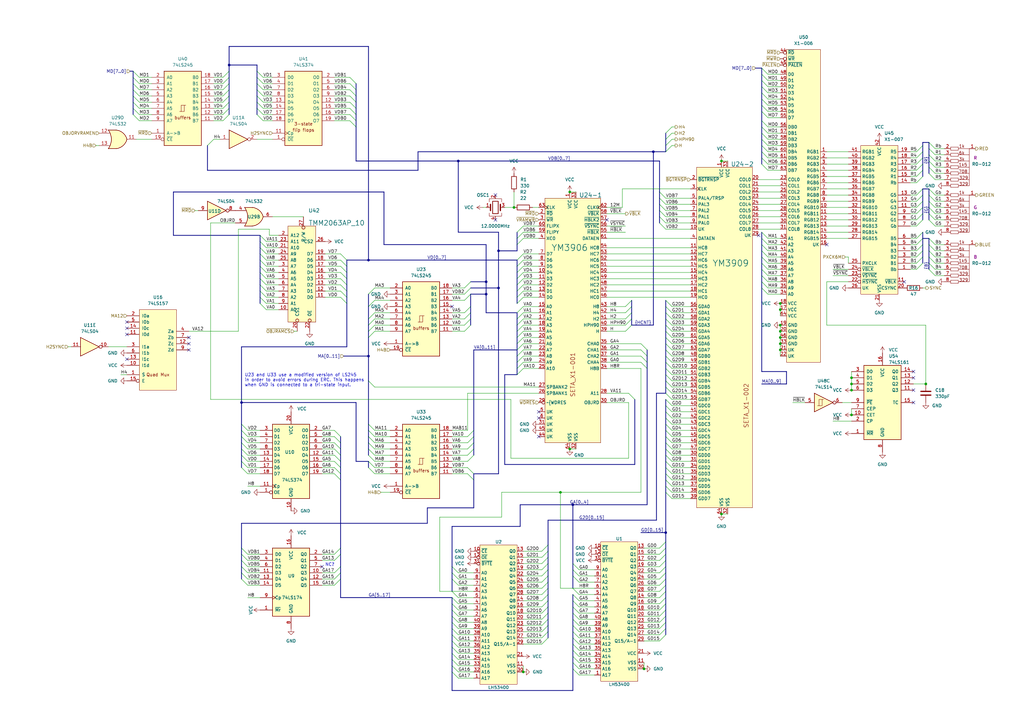
<source format=kicad_sch>
(kicad_sch (version 20211123) (generator eeschema)
  (paper "A3")
  (title_block (title "Insector X - P0-056A") (date "2022-12-02") (company "Ulf Skutnabba, twitter: @skutis77"))
  (bus_alias "HCNT" (members "H" "H2" "H4" "H8" "HPH90"))
  (bus_alias "G" (members "G[1..5]" "Gb"))
  (bus_alias "B" (members "B[1..5]" "Bb"))
  (bus_alias "R" (members "R[1..5]" "Rb"))
  (junction (at 320.04 138.43))
  (junction (at 233.68 184.15))
  (junction (at 93.98 26.67))
  (junction (at 199.39 120.65))
  (junction (at 320.04 135.89))
  (junction (at 320.04 127))
  (junction (at 320.04 124.46))
  (junction (at 267.97 62.23))
  (junction (at 295.91 210.82))
  (junction (at 264.16 274.32))
  (junction (at 349.25 157.48))
  (junction (at 187.96 66.04))
  (junction (at 349.25 154.94))
  (junction (at 151.13 146.05))
  (junction (at 233.68 78.74))
  (junction (at 320.04 140.97))
  (junction (at 295.91 66.04))
  (junction (at 349.25 160.02))
  (junction (at 214.63 275.59))
  (junction (at 379.73 157.48))
  (junction (at 273.05 218.44))
  (junction (at 199.39 115.57))
  (junction (at 320.04 133.35))
  (junction (at 204.47 102.87))
  (junction (at 234.95 207.01))
  (junction (at 99.06 165.1))
  (junction (at 320.04 143.51))
  (junction (at 349.25 170.18))
  (junction (at 204.47 118.11))
  (junction (at 151.13 106.68))
  (junction (at 229.87 201.93))
  (junction (at 210.82 85.09))
  (no_connect (at 311.15 96.52))
  (no_connect (at 52.07 132.08))
  (no_connect (at 52.07 134.62))
  (no_connect (at 52.07 137.16))
  (no_connect (at 52.07 147.32))
  (no_connect (at 248.92 90.17))
  (no_connect (at 374.65 160.02))
  (no_connect (at 185.42 125.73))
  (no_connect (at 132.08 232.41))
  (no_connect (at 220.98 171.45))
  (no_connect (at 374.65 165.1))
  (no_connect (at 220.98 179.07))
  (no_connect (at 374.65 154.94))
  (no_connect (at 77.47 143.51))
  (no_connect (at 77.47 140.97))
  (no_connect (at 77.47 138.43))
  (no_connect (at 220.98 168.91))
  (no_connect (at 374.65 152.4))
  (no_connect (at 339.09 100.33))
  (no_connect (at 370.84 115.57))
  (no_connect (at 203.2 90.17))
  (no_connect (at 203.2 80.01))
  (bus_entry (at 312.42 59.69) (size 2.54 2.54))
  (bus_entry (at 270.51 88.9) (size 2.54 2.54))
  (bus_entry (at 191.77 194.31) (size 2.54 2.54))
  (bus_entry (at 212.09 119.38) (size 2.54 -2.54))
  (bus_entry (at 312.42 52.07) (size 2.54 2.54))
  (bus_entry (at 270.51 232.41) (size 2.54 -2.54))
  (bus_entry (at 273.05 201.93) (size 2.54 2.54))
  (bus_entry (at 99.06 229.87) (size 2.54 2.54))
  (bus_entry (at 185.42 265.43) (size 2.54 2.54))
  (bus_entry (at 99.06 189.23) (size 2.54 2.54))
  (bus_entry (at 312.42 33.02) (size 2.54 2.54))
  (bus_entry (at 54.61 46.99) (size 2.54 2.54))
  (bus_entry (at 273.05 166.37) (size 2.54 2.54))
  (bus_entry (at 143.51 31.75) (size 2.54 2.54))
  (bus_entry (at 270.51 260.35) (size 2.54 -2.54))
  (bus_entry (at 212.09 116.84) (size 2.54 -2.54))
  (bus_entry (at 190.5 120.65) (size 2.54 -2.54))
  (bus_entry (at 234.95 271.78) (size 2.54 2.54))
  (bus_entry (at 375.92 92.71) (size 2.54 -2.54))
  (bus_entry (at 105.41 31.75) (size 2.54 2.54))
  (bus_entry (at 99.06 184.15) (size 2.54 2.54))
  (bus_entry (at 99.06 173.99) (size 2.54 2.54))
  (bus_entry (at 212.09 138.43) (size 2.54 -2.54))
  (bus_entry (at 137.16 179.07) (size 2.54 2.54))
  (bus_entry (at 381 105.41) (size 2.54 2.54))
  (bus_entry (at 234.95 254) (size 2.54 2.54))
  (bus_entry (at 190.5 118.11) (size 2.54 -2.54))
  (bus_entry (at 312.42 102.87) (size 2.54 2.54))
  (bus_entry (at 212.09 130.81) (size 2.54 -2.54))
  (bus_entry (at 151.13 133.35) (size 2.54 -2.54))
  (bus_entry (at 381 66.04) (size 2.54 2.54))
  (bus_entry (at 273.05 54.61) (size 2.54 -2.54))
  (bus_entry (at 312.42 97.79) (size 2.54 2.54))
  (bus_entry (at 143.51 41.91) (size 2.54 2.54))
  (bus_entry (at 273.05 191.77) (size 2.54 2.54))
  (bus_entry (at 273.05 176.53) (size 2.54 2.54))
  (bus_entry (at 273.05 143.51) (size 2.54 2.54))
  (bus_entry (at 139.7 109.22) (size 2.54 2.54))
  (bus_entry (at 375.92 100.33) (size 2.54 -2.54))
  (bus_entry (at 106.68 114.3) (size 2.54 2.54))
  (bus_entry (at 273.05 179.07) (size 2.54 2.54))
  (bus_entry (at 270.51 255.27) (size 2.54 -2.54))
  (bus_entry (at 185.42 232.41) (size 2.54 2.54))
  (bus_entry (at 273.05 153.67) (size 2.54 2.54))
  (bus_entry (at 270.51 242.57) (size 2.54 -2.54))
  (bus_entry (at 375.92 64.77) (size 2.54 -2.54))
  (bus_entry (at 212.09 128.27) (size 2.54 -2.54))
  (bus_entry (at 312.42 40.64) (size 2.54 2.54))
  (bus_entry (at 190.5 130.81) (size 2.54 -2.54))
  (bus_entry (at 381 68.58) (size 2.54 2.54))
  (bus_entry (at 381 90.17) (size 2.54 2.54))
  (bus_entry (at 106.68 101.6) (size 2.54 2.54))
  (bus_entry (at 381 85.09) (size 2.54 2.54))
  (bus_entry (at 273.05 151.13) (size 2.54 2.54))
  (bus_entry (at 222.25 248.92) (size 2.54 -2.54))
  (bus_entry (at 312.42 107.95) (size 2.54 2.54))
  (bus_entry (at 234.95 236.22) (size 2.54 2.54))
  (bus_entry (at 234.95 248.92) (size 2.54 2.54))
  (bus_entry (at 312.42 113.03) (size 2.54 2.54))
  (bus_entry (at 99.06 191.77) (size 2.54 2.54))
  (bus_entry (at 105.41 41.91) (size 2.54 2.54))
  (bus_entry (at 85.09 59.69) (size 2.54 -2.54))
  (bus_entry (at 54.61 29.21) (size 2.54 2.54))
  (bus_entry (at 190.5 128.27) (size 2.54 -2.54))
  (bus_entry (at 312.42 118.11) (size 2.54 2.54))
  (bus_entry (at 185.42 270.51) (size 2.54 2.54))
  (bus_entry (at 312.42 45.72) (size 2.54 2.54))
  (bus_entry (at 375.92 87.63) (size 2.54 -2.54))
  (bus_entry (at 270.51 247.65) (size 2.54 -2.54))
  (bus_entry (at 99.06 224.79) (size 2.54 2.54))
  (bus_entry (at 381 110.49) (size 2.54 2.54))
  (bus_entry (at 151.13 130.81) (size 2.54 -2.54))
  (bus_entry (at 273.05 184.15) (size 2.54 2.54))
  (bus_entry (at 222.25 236.22) (size 2.54 -2.54))
  (bus_entry (at 191.77 191.77) (size 2.54 2.54))
  (bus_entry (at 93.98 36.83) (size -2.54 2.54))
  (bus_entry (at 151.13 186.69) (size 2.54 2.54))
  (bus_entry (at 99.06 237.49) (size 2.54 2.54))
  (bus_entry (at 212.09 124.46) (size 2.54 -2.54))
  (bus_entry (at 375.92 105.41) (size 2.54 -2.54))
  (bus_entry (at 99.06 181.61) (size 2.54 2.54))
  (bus_entry (at 191.77 179.07) (size 2.54 -2.54))
  (bus_entry (at 273.05 189.23) (size 2.54 2.54))
  (bus_entry (at 139.7 121.92) (size 2.54 2.54))
  (bus_entry (at 212.09 133.35) (size 2.54 -2.54))
  (bus_entry (at 312.42 115.57) (size 2.54 2.54))
  (bus_entry (at 106.68 109.22) (size 2.54 2.54))
  (bus_entry (at 312.42 27.94) (size 2.54 2.54))
  (bus_entry (at 234.95 243.84) (size 2.54 2.54))
  (bus_entry (at 234.95 269.24) (size 2.54 2.54))
  (bus_entry (at 312.42 35.56) (size 2.54 2.54))
  (bus_entry (at 214.63 92.71) (size -2.54 2.54))
  (bus_entry (at 106.68 99.06) (size 2.54 2.54))
  (bus_entry (at 137.16 191.77) (size 2.54 2.54))
  (bus_entry (at 312.42 43.18) (size 2.54 2.54))
  (bus_entry (at 270.51 262.89) (size 2.54 -2.54))
  (bus_entry (at 137.16 186.69) (size 2.54 2.54))
  (bus_entry (at 151.13 156.21) (size 2.54 2.54))
  (bus_entry (at 185.42 250.19) (size 2.54 2.54))
  (bus_entry (at 105.41 29.21) (size 2.54 2.54))
  (bus_entry (at 185.42 242.57) (size 2.54 2.54))
  (bus_entry (at 54.61 44.45) (size 2.54 2.54))
  (bus_entry (at 99.06 234.95) (size 2.54 2.54))
  (bus_entry (at 212.09 143.51) (size 2.54 -2.54))
  (bus_entry (at 185.42 255.27) (size 2.54 2.54))
  (bus_entry (at 212.09 121.92) (size 2.54 -2.54))
  (bus_entry (at 185.42 260.35) (size 2.54 2.54))
  (bus_entry (at 381 100.33) (size 2.54 2.54))
  (bus_entry (at 273.05 173.99) (size 2.54 2.54))
  (bus_entry (at 270.51 78.74) (size 2.54 2.54))
  (bus_entry (at 234.95 259.08) (size 2.54 2.54))
  (bus_entry (at 273.05 146.05) (size 2.54 2.54))
  (bus_entry (at 381 60.96) (size 2.54 2.54))
  (bus_entry (at 106.68 116.84) (size 2.54 2.54))
  (bus_entry (at 143.51 46.99) (size 2.54 2.54))
  (bus_entry (at 273.05 138.43) (size 2.54 2.54))
  (bus_entry (at 381 58.42) (size 2.54 2.54))
  (bus_entry (at 191.77 181.61) (size 2.54 -2.54))
  (bus_entry (at 381 63.5) (size 2.54 2.54))
  (bus_entry (at 185.42 247.65) (size 2.54 2.54))
  (bus_entry (at 312.42 67.31) (size 2.54 2.54))
  (bus_entry (at 185.42 234.95) (size 2.54 2.54))
  (bus_entry (at 185.42 252.73) (size 2.54 2.54))
  (bus_entry (at 143.51 34.29) (size 2.54 2.54))
  (bus_entry (at 273.05 199.39) (size 2.54 2.54))
  (bus_entry (at 137.16 234.95) (size 2.54 -2.54))
  (bus_entry (at 375.92 102.87) (size 2.54 -2.54))
  (bus_entry (at 185.42 257.81) (size 2.54 2.54))
  (bus_entry (at 273.05 194.31) (size 2.54 2.54))
  (bus_entry (at 99.06 232.41) (size 2.54 2.54))
  (bus_entry (at 222.25 228.6) (size 2.54 -2.54))
  (bus_entry (at 93.98 41.91) (size -2.54 2.54))
  (bus_entry (at 270.51 257.81) (size 2.54 -2.54))
  (bus_entry (at 273.05 140.97) (size 2.54 2.54))
  (bus_entry (at 222.25 241.3) (size 2.54 -2.54))
  (bus_entry (at 222.25 259.08) (size 2.54 -2.54))
  (bus_entry (at 273.05 62.23) (size 2.54 -2.54))
  (bus_entry (at 185.42 273.05) (size 2.54 2.54))
  (bus_entry (at 381 77.47) (size 2.54 2.54))
  (bus_entry (at 375.92 82.55) (size 2.54 -2.54))
  (bus_entry (at 222.25 238.76) (size 2.54 -2.54))
  (bus_entry (at 151.13 125.73) (size 2.54 -2.54))
  (bus_entry (at 143.51 36.83) (size 2.54 2.54))
  (bus_entry (at 105.41 36.83) (size 2.54 2.54))
  (bus_entry (at 212.09 106.68) (size 2.54 -2.54))
  (bus_entry (at 273.05 125.73) (size 2.54 2.54))
  (bus_entry (at 257.81 161.29) (size 2.54 2.54))
  (bus_entry (at 105.41 46.99) (size 2.54 2.54))
  (bus_entry (at 137.16 176.53) (size 2.54 2.54))
  (bus_entry (at 375.92 74.93) (size 2.54 -2.54))
  (bus_entry (at 191.77 189.23) (size 2.54 -2.54))
  (bus_entry (at 99.06 186.69) (size 2.54 2.54))
  (bus_entry (at 312.42 62.23) (size 2.54 2.54))
  (bus_entry (at 270.51 245.11) (size 2.54 -2.54))
  (bus_entry (at 375.92 62.23) (size 2.54 -2.54))
  (bus_entry (at 185.42 262.89) (size 2.54 2.54))
  (bus_entry (at 381 97.79) (size 2.54 2.54))
  (bus_entry (at 139.7 106.68) (size 2.54 2.54))
  (bus_entry (at 234.95 261.62) (size 2.54 2.54))
  (bus_entry (at 139.7 116.84) (size 2.54 2.54))
  (bus_entry (at 381 82.55) (size 2.54 2.54))
  (bus_entry (at 139.7 119.38) (size 2.54 2.54))
  (bus_entry (at 222.25 243.84) (size 2.54 -2.54))
  (bus_entry (at 212.09 146.05) (size 2.54 -2.54))
  (bus_entry (at 54.61 31.75) (size 2.54 2.54))
  (bus_entry (at 185.42 275.59) (size 2.54 2.54))
  (bus_entry (at 143.51 44.45) (size 2.54 2.54))
  (bus_entry (at 54.61 41.91) (size 2.54 2.54))
  (bus_entry (at 139.7 114.3) (size 2.54 2.54))
  (bus_entry (at 222.25 246.38) (size 2.54 -2.54))
  (bus_entry (at 273.05 59.69) (size 2.54 -2.54))
  (bus_entry (at 139.7 104.14) (size 2.54 2.54))
  (bus_entry (at 381 71.12) (size 2.54 2.54))
  (bus_entry (at 151.13 184.15) (size 2.54 2.54))
  (bus_entry (at 270.51 237.49) (size 2.54 -2.54))
  (bus_entry (at 190.5 123.19) (size 2.54 -2.54))
  (bus_entry (at 273.05 186.69) (size 2.54 2.54))
  (bus_entry (at 262.89 140.97) (size 2.54 2.54))
  (bus_entry (at 234.95 266.7) (size 2.54 2.54))
  (bus_entry (at 312.42 57.15) (size 2.54 2.54))
  (bus_entry (at 222.25 261.62) (size 2.54 -2.54))
  (bus_entry (at 270.51 81.28) (size 2.54 2.54))
  (bus_entry (at 222.25 251.46) (size 2.54 -2.54))
  (bus_entry (at 191.77 186.69) (size 2.54 -2.54))
  (bus_entry (at 190.5 133.35) (size 2.54 -2.54))
  (bus_entry (at 137.16 240.03) (size 2.54 -2.54))
  (bus_entry (at 273.05 181.61) (size 2.54 2.54))
  (bus_entry (at 375.92 107.95) (size 2.54 -2.54))
  (bus_entry (at 273.05 163.83) (size 2.54 2.54))
  (bus_entry (at 137.16 181.61) (size 2.54 2.54))
  (bus_entry (at 234.95 264.16) (size 2.54 2.54))
  (bus_entry (at 312.42 30.48) (size 2.54 2.54))
  (bus_entry (at 312.42 105.41) (size 2.54 2.54))
  (bus_entry (at 151.13 191.77) (size 2.54 2.54))
  (bus_entry (at 185.42 245.11) (size 2.54 2.54))
  (bus_entry (at 273.05 130.81) (size 2.54 2.54))
  (bus_entry (at 106.68 111.76) (size 2.54 2.54))
  (bus_entry (at 381 87.63) (size 2.54 2.54))
  (bus_entry (at 273.05 156.21) (size 2.54 2.54))
  (bus_entry (at 93.98 39.37) (size -2.54 2.54))
  (bus_entry (at 151.13 181.61) (size 2.54 2.54))
  (bus_entry (at 270.51 234.95) (size 2.54 -2.54))
  (bus_entry (at 270.51 86.36) (size 2.54 2.54))
  (bus_entry (at 214.63 97.79) (size -2.54 2.54))
  (bus_entry (at 105.41 34.29) (size 2.54 2.54))
  (bus_entry (at 93.98 29.21) (size -2.54 2.54))
  (bus_entry (at 212.09 114.3) (size 2.54 -2.54))
  (bus_entry (at 106.68 124.46) (size 2.54 2.54))
  (bus_entry (at 99.06 176.53) (size 2.54 2.54))
  (bus_entry (at 54.61 36.83) (size 2.54 2.54))
  (bus_entry (at 93.98 31.75) (size -2.54 2.54))
  (bus_entry (at 54.61 39.37) (size 2.54 2.54))
  (bus_entry (at 212.09 151.13) (size 2.54 -2.54))
  (bus_entry (at 273.05 57.15) (size 2.54 -2.54))
  (bus_entry (at 212.09 109.22) (size 2.54 -2.54))
  (bus_entry (at 375.92 72.39) (size 2.54 -2.54))
  (bus_entry (at 270.51 250.19) (size 2.54 -2.54))
  (bus_entry (at 106.68 96.52) (size 2.54 2.54))
  (bus_entry (at 137.16 184.15) (size 2.54 2.54))
  (bus_entry (at 105.41 39.37) (size 2.54 2.54))
  (bus_entry (at 375.92 90.17) (size 2.54 -2.54))
  (bus_entry (at 222.25 231.14) (size 2.54 -2.54))
  (bus_entry (at 234.95 246.38) (size 2.54 2.54))
  (bus_entry (at 106.68 119.38) (size 2.54 2.54))
  (bus_entry (at 106.68 104.14) (size 2.54 2.54))
  (bus_entry (at 312.42 110.49) (size 2.54 2.54))
  (bus_entry (at 375.92 69.85) (size 2.54 -2.54))
  (bus_entry (at 375.92 67.31) (size 2.54 -2.54))
  (bus_entry (at 185.42 237.49) (size 2.54 2.54))
  (bus_entry (at 212.09 135.89) (size 2.54 -2.54))
  (bus_entry (at 375.92 80.01) (size 2.54 -2.54))
  (bus_entry (at 273.05 148.59) (size 2.54 2.54))
  (bus_entry (at 137.16 229.87) (size 2.54 -2.54))
  (bus_entry (at 222.25 264.16) (size 2.54 -2.54))
  (bus_entry (at 381 102.87) (size 2.54 2.54))
  (bus_entry (at 222.25 254) (size 2.54 -2.54))
  (bus_entry (at 137.16 227.33) (size 2.54 -2.54))
  (bus_entry (at 273.05 123.19) (size 2.54 2.54))
  (bus_entry (at 151.13 189.23) (size 2.54 2.54))
  (bus_entry (at 139.7 111.76) (size 2.54 2.54))
  (bus_entry (at 270.51 83.82) (size 2.54 2.54))
  (bus_entry (at 106.68 121.92) (size 2.54 2.54))
  (bus_entry (at 151.13 135.89) (size 2.54 -2.54))
  (bus_entry (at 273.05 135.89) (size 2.54 2.54))
  (bus_entry (at 185.42 267.97) (size 2.54 2.54))
  (bus_entry (at 212.09 140.97) (size 2.54 -2.54))
  (bus_entry (at 143.51 49.53) (size 2.54 2.54))
  (bus_entry (at 222.25 256.54) (size 2.54 -2.54))
  (bus_entry (at 54.61 34.29) (size 2.54 2.54))
  (bus_entry (at 214.63 95.25) (size -2.54 2.54))
  (bus_entry (at 262.89 146.05) (size 2.54 2.54))
  (bus_entry (at 262.89 148.59) (size 2.54 2.54))
  (bus_entry (at 262.89 143.51) (size 2.54 2.54))
  (bus_entry (at 222.25 226.06) (size 2.54 -2.54))
  (bus_entry (at 93.98 46.99) (size -2.54 2.54))
  (bus_entry (at 256.54 133.35) (size 2.54 -2.54))
  (bus_entry (at 256.54 130.81) (size 2.54 -2.54))
  (bus_entry (at 256.54 128.27) (size 2.54 -2.54))
  (bus_entry (at 256.54 135.89) (size 2.54 -2.54))
  (bus_entry (at 256.54 125.73) (size 2.54 -2.54))
  (bus_entry (at 99.06 227.33) (size 2.54 2.54))
  (bus_entry (at 234.95 241.3) (size 2.54 2.54))
  (bus_entry (at 312.42 95.25) (size 2.54 2.54))
  (bus_entry (at 381 107.95) (size 2.54 2.54))
  (bus_entry (at 270.51 224.79) (size 2.54 -2.54))
  (bus_entry (at 151.13 179.07) (size 2.54 2.54))
  (bus_entry (at 93.98 44.45) (size -2.54 2.54))
  (bus_entry (at 312.42 64.77) (size 2.54 2.54))
  (bus_entry (at 151.13 173.99) (size 2.54 2.54))
  (bus_entry (at 137.16 237.49) (size 2.54 -2.54))
  (bus_entry (at 191.77 184.15) (size 2.54 -2.54))
  (bus_entry (at 234.95 274.32) (size 2.54 2.54))
  (bus_entry (at 137.16 194.31) (size 2.54 2.54))
  (bus_entry (at 137.16 189.23) (size 2.54 2.54))
  (bus_entry (at 312.42 38.1) (size 2.54 2.54))
  (bus_entry (at 234.95 251.46) (size 2.54 2.54))
  (bus_entry (at 270.51 91.44) (size 2.54 2.54))
  (bus_entry (at 270.51 227.33) (size 2.54 -2.54))
  (bus_entry (at 270.51 252.73) (size 2.54 -2.54))
  (bus_entry (at 234.95 231.14) (size 2.54 2.54))
  (bus_entry (at 273.05 196.85) (size 2.54 2.54))
  (bus_entry (at 381 80.01) (size 2.54 2.54))
  (bus_entry (at 273.05 168.91) (size 2.54 2.54))
  (bus_entry (at 312.42 100.33) (size 2.54 2.54))
  (bus_entry (at 151.13 176.53) (size 2.54 2.54))
  (bus_entry (at 105.41 44.45) (size 2.54 2.54))
  (bus_entry (at 99.06 179.07) (size 2.54 2.54))
  (bus_entry (at 270.51 240.03) (size 2.54 -2.54))
  (bus_entry (at 212.09 111.76) (size 2.54 -2.54))
  (bus_entry (at 375.92 85.09) (size 2.54 -2.54))
  (bus_entry (at 375.92 97.79) (size 2.54 -2.54))
  (bus_entry (at 273.05 171.45) (size 2.54 2.54))
  (bus_entry (at 273.05 161.29) (size 2.54 2.54))
  (bus_entry (at 143.51 39.37) (size 2.54 2.54))
  (bus_entry (at 273.05 158.75) (size 2.54 2.54))
  (bus_entry (at 312.42 49.53) (size 2.54 2.54))
  (bus_entry (at 273.05 133.35) (size 2.54 2.54))
  (bus_entry (at 151.13 120.65) (size 2.54 -2.54))
  (bus_entry (at 270.51 229.87) (size 2.54 -2.54))
  (bus_entry (at 212.09 148.59) (size 2.54 -2.54))
  (bus_entry (at 151.13 138.43) (size 2.54 -2.54))
  (bus_entry (at 222.25 233.68) (size 2.54 -2.54))
  (bus_entry (at 234.95 256.54) (size 2.54 2.54))
  (bus_entry (at 234.95 233.68) (size 2.54 2.54))
  (bus_entry (at 190.5 135.89) (size 2.54 -2.54))
  (bus_entry (at 273.05 128.27) (size 2.54 2.54))
  (bus_entry (at 212.09 153.67) (size 2.54 -2.54))
  (bus_entry (at 375.92 110.49) (size 2.54 -2.54))
  (bus_entry (at 312.42 54.61) (size 2.54 2.54))
  (bus_entry (at 106.68 106.68) (size 2.54 2.54))
  (bus_entry (at 93.98 34.29) (size -2.54 2.54))
  (bus (pts (xy 212.09 116.84) (xy 212.09 119.38)))
  (bus (pts (xy 234.95 256.54) (xy 234.95 259.08)))
  (wire (pts (xy 185.42 133.35) (xy 190.5 133.35)))
  (wire (pts (xy 110.49 93.98) (xy 110.49 96.52)))
  (wire (pts (xy 339.09 72.39) (xy 347.98 72.39)))
  (wire (pts (xy 314.96 40.64) (xy 320.04 40.64)))
  (wire (pts (xy 275.59 161.29) (xy 283.21 161.29)))
  (wire (pts (xy 314.96 67.31) (xy 320.04 67.31)))
  (bus (pts (xy 312.42 59.69) (xy 312.42 57.15)))
  (wire (pts (xy 39.37 59.69) (xy 40.64 59.69)))
  (bus (pts (xy 312.42 102.87) (xy 312.42 100.33)))
  (wire (pts (xy 373.38 85.09) (xy 375.92 85.09)))
  (wire (pts (xy 107.95 49.53) (xy 111.76 49.53)))
  (wire (pts (xy 275.59 196.85) (xy 283.21 196.85)))
  (bus (pts (xy 212.09 95.25) (xy 212.09 97.79)))
  (bus (pts (xy 381 97.79) (xy 381 100.33)))
  (bus (pts (xy 212.09 119.38) (xy 212.09 121.92)))
  (bus (pts (xy 139.7 232.41) (xy 139.7 234.95)))
  (bus (pts (xy 273.05 158.75) (xy 273.05 161.29)))
  (wire (pts (xy 248.92 109.22) (xy 283.21 109.22)))
  (wire (pts (xy 248.92 140.97) (xy 262.89 140.97)))
  (wire (pts (xy 264.16 252.73) (xy 270.51 252.73)))
  (bus (pts (xy 146.05 39.37) (xy 146.05 41.91)))
  (wire (pts (xy 214.63 133.35) (xy 220.98 133.35)))
  (wire (pts (xy 132.08 237.49) (xy 137.16 237.49)))
  (wire (pts (xy 137.16 36.83) (xy 143.51 36.83)))
  (bus (pts (xy 139.7 191.77) (xy 139.7 194.31)))
  (wire (pts (xy 373.38 82.55) (xy 375.92 82.55)))
  (bus (pts (xy 106.68 119.38) (xy 106.68 116.84)))
  (wire (pts (xy 320.04 140.97) (xy 320.04 143.51)))
  (bus (pts (xy 378.46 67.31) (xy 378.46 64.77)))
  (wire (pts (xy 133.35 106.68) (xy 139.7 106.68)))
  (wire (pts (xy 132.08 189.23) (xy 137.16 189.23)))
  (bus (pts (xy 139.7 224.79) (xy 139.7 227.33)))
  (wire (pts (xy 137.16 34.29) (xy 143.51 34.29)))
  (bus (pts (xy 260.35 163.83) (xy 260.35 190.5)))
  (bus (pts (xy 381 85.09) (xy 381 87.63)))
  (bus (pts (xy 212.09 100.33) (xy 212.09 102.87)))
  (wire (pts (xy 264.16 234.95) (xy 270.51 234.95)))
  (bus (pts (xy 273.05 199.39) (xy 273.05 201.93)))
  (bus (pts (xy 199.39 100.33) (xy 199.39 115.57)))
  (wire (pts (xy 273.05 91.44) (xy 283.21 91.44)))
  (wire (pts (xy 383.54 82.55) (xy 387.35 82.55)))
  (wire (pts (xy 220.98 161.29) (xy 191.77 161.29)))
  (wire (pts (xy 101.6 184.15) (xy 106.68 184.15)))
  (wire (pts (xy 373.38 74.93) (xy 375.92 74.93)))
  (wire (pts (xy 349.25 152.4) (xy 349.25 154.94)))
  (wire (pts (xy 86.36 163.83) (xy 209.55 163.83)))
  (wire (pts (xy 339.09 82.55) (xy 347.98 82.55)))
  (bus (pts (xy 312.42 38.1) (xy 312.42 35.56)))
  (wire (pts (xy 214.63 273.05) (xy 214.63 275.59)))
  (wire (pts (xy 275.59 168.91) (xy 283.21 168.91)))
  (bus (pts (xy 54.61 31.75) (xy 54.61 29.21)))
  (bus (pts (xy 93.98 44.45) (xy 93.98 46.99)))
  (bus (pts (xy 193.04 130.81) (xy 193.04 133.35)))
  (bus (pts (xy 265.43 151.13) (xy 265.43 207.01)))
  (wire (pts (xy 383.54 107.95) (xy 387.35 107.95)))
  (wire (pts (xy 214.63 228.6) (xy 222.25 228.6)))
  (bus (pts (xy 273.05 218.44) (xy 273.05 222.25)))
  (wire (pts (xy 185.42 123.19) (xy 190.5 123.19)))
  (bus (pts (xy 106.68 106.68) (xy 106.68 104.14)))
  (wire (pts (xy 187.96 262.89) (xy 194.31 262.89)))
  (bus (pts (xy 378.46 87.63) (xy 378.46 85.09)))
  (bus (pts (xy 273.05 125.73) (xy 273.05 128.27)))
  (bus (pts (xy 151.13 19.05) (xy 93.98 19.05)))
  (wire (pts (xy 349.25 157.48) (xy 349.25 160.02)))
  (wire (pts (xy 320.04 124.46) (xy 320.04 127)))
  (wire (pts (xy 109.22 116.84) (xy 114.3 116.84)))
  (bus (pts (xy 270.51 88.9) (xy 270.51 86.36)))
  (bus (pts (xy 312.42 115.57) (xy 312.42 113.03)))
  (wire (pts (xy 339.09 90.17) (xy 347.98 90.17)))
  (wire (pts (xy 107.95 31.75) (xy 111.76 31.75)))
  (bus (pts (xy 106.68 124.46) (xy 106.68 121.92)))
  (wire (pts (xy 264.16 245.11) (xy 270.51 245.11)))
  (wire (pts (xy 207.01 85.09) (xy 210.82 85.09)))
  (wire (pts (xy 314.96 33.02) (xy 320.04 33.02)))
  (bus (pts (xy 224.79 213.36) (xy 224.79 223.52)))
  (bus (pts (xy 262.89 218.44) (xy 273.05 218.44)))
  (bus (pts (xy 204.47 95.25) (xy 187.96 95.25)))
  (wire (pts (xy 320.04 127) (xy 320.04 129.54)))
  (wire (pts (xy 295.91 210.82) (xy 298.45 210.82)))
  (bus (pts (xy 99.06 181.61) (xy 99.06 179.07)))
  (bus (pts (xy 234.95 233.68) (xy 234.95 236.22)))
  (bus (pts (xy 93.98 31.75) (xy 93.98 34.29)))
  (bus (pts (xy 99.06 214.63) (xy 175.26 214.63)))
  (wire (pts (xy 373.38 87.63) (xy 375.92 87.63)))
  (bus (pts (xy 273.05 140.97) (xy 273.05 143.51)))
  (wire (pts (xy 101.6 229.87) (xy 106.68 229.87)))
  (wire (pts (xy 237.49 236.22) (xy 243.84 236.22)))
  (bus (pts (xy 54.61 41.91) (xy 54.61 39.37)))
  (wire (pts (xy 314.96 97.79) (xy 320.04 97.79)))
  (bus (pts (xy 312.42 67.31) (xy 312.42 64.77)))
  (bus (pts (xy 151.13 191.77) (xy 151.13 189.23)))
  (wire (pts (xy 311.15 78.74) (xy 320.04 78.74)))
  (bus (pts (xy 204.47 102.87) (xy 204.47 118.11)))
  (bus (pts (xy 99.06 234.95) (xy 99.06 237.49)))
  (wire (pts (xy 214.63 138.43) (xy 220.98 138.43)))
  (wire (pts (xy 275.59 186.69) (xy 283.21 186.69)))
  (bus (pts (xy 93.98 39.37) (xy 93.98 41.91)))
  (wire (pts (xy 109.22 114.3) (xy 114.3 114.3)))
  (wire (pts (xy 153.67 189.23) (xy 160.02 189.23)))
  (wire (pts (xy 248.92 87.63) (xy 256.54 87.63)))
  (bus (pts (xy 381 105.41) (xy 381 107.95)))
  (bus (pts (xy 106.68 101.6) (xy 106.68 99.06)))
  (bus (pts (xy 194.31 186.69) (xy 194.31 184.15)))
  (bus (pts (xy 185.42 267.97) (xy 185.42 270.51)))
  (wire (pts (xy 275.59 189.23) (xy 283.21 189.23)))
  (bus (pts (xy 269.24 161.29) (xy 273.05 161.29)))
  (bus (pts (xy 139.7 189.23) (xy 139.7 191.77)))
  (bus (pts (xy 185.42 252.73) (xy 185.42 255.27)))
  (wire (pts (xy 214.63 246.38) (xy 222.25 246.38)))
  (bus (pts (xy 54.61 36.83) (xy 54.61 34.29)))
  (wire (pts (xy 248.92 148.59) (xy 262.89 148.59)))
  (bus (pts (xy 381 102.87) (xy 381 105.41)))
  (wire (pts (xy 314.96 120.65) (xy 320.04 120.65)))
  (wire (pts (xy 132.08 227.33) (xy 137.16 227.33)))
  (wire (pts (xy 237.49 243.84) (xy 243.84 243.84)))
  (wire (pts (xy 185.42 181.61) (xy 191.77 181.61)))
  (bus (pts (xy 213.36 215.9) (xy 213.36 207.01)))
  (wire (pts (xy 257.81 187.96) (xy 209.55 187.96)))
  (wire (pts (xy 275.59 176.53) (xy 283.21 176.53)))
  (wire (pts (xy 248.92 95.25) (xy 256.54 95.25)))
  (wire (pts (xy 314.96 113.03) (xy 320.04 113.03)))
  (bus (pts (xy 139.7 227.33) (xy 139.7 232.41)))
  (wire (pts (xy 153.67 135.89) (xy 160.02 135.89)))
  (bus (pts (xy 151.13 181.61) (xy 151.13 179.07)))
  (wire (pts (xy 191.77 161.29) (xy 191.77 176.53)))
  (wire (pts (xy 132.08 181.61) (xy 137.16 181.61)))
  (wire (pts (xy 314.96 100.33) (xy 320.04 100.33)))
  (wire (pts (xy 80.01 86.36) (xy 81.28 86.36)))
  (bus (pts (xy 139.7 184.15) (xy 139.7 186.69)))
  (bus (pts (xy 273.05 153.67) (xy 273.05 156.21)))
  (bus (pts (xy 273.05 224.79) (xy 273.05 227.33)))
  (wire (pts (xy 187.96 273.05) (xy 194.31 273.05)))
  (bus (pts (xy 139.7 234.95) (xy 139.7 237.49)))
  (wire (pts (xy 133.35 116.84) (xy 139.7 116.84)))
  (wire (pts (xy 132.08 229.87) (xy 137.16 229.87)))
  (bus (pts (xy 312.42 64.77) (xy 312.42 62.23)))
  (wire (pts (xy 214.63 140.97) (xy 220.98 140.97)))
  (bus (pts (xy 71.12 78.74) (xy 71.12 96.52)))
  (wire (pts (xy 275.59 138.43) (xy 283.21 138.43)))
  (wire (pts (xy 214.63 111.76) (xy 220.98 111.76)))
  (bus (pts (xy 93.98 29.21) (xy 93.98 31.75)))
  (bus (pts (xy 93.98 41.91) (xy 93.98 44.45)))
  (wire (pts (xy 101.6 179.07) (xy 106.68 179.07)))
  (bus (pts (xy 54.61 34.29) (xy 54.61 31.75)))
  (wire (pts (xy 185.42 130.81) (xy 190.5 130.81)))
  (wire (pts (xy 57.15 49.53) (xy 62.23 49.53)))
  (bus (pts (xy 224.79 246.38) (xy 224.79 243.84)))
  (bus (pts (xy 185.42 215.9) (xy 213.36 215.9)))
  (bus (pts (xy 142.24 109.22) (xy 142.24 111.76)))
  (bus (pts (xy 93.98 19.05) (xy 93.98 26.67)))
  (bus (pts (xy 312.42 33.02) (xy 312.42 30.48)))
  (bus (pts (xy 212.09 133.35) (xy 212.09 135.89)))
  (wire (pts (xy 345.44 165.1) (xy 349.25 165.1)))
  (wire (pts (xy 214.63 248.92) (xy 222.25 248.92)))
  (wire (pts (xy 314.96 45.72) (xy 320.04 45.72)))
  (bus (pts (xy 185.42 262.89) (xy 185.42 265.43)))
  (bus (pts (xy 234.95 259.08) (xy 234.95 261.62)))
  (wire (pts (xy 383.54 63.5) (xy 387.35 63.5)))
  (wire (pts (xy 275.59 166.37) (xy 283.21 166.37)))
  (bus (pts (xy 312.42 152.4) (xy 312.42 118.11)))
  (bus (pts (xy 273.05 240.03) (xy 273.05 242.57)))
  (wire (pts (xy 185.42 135.89) (xy 190.5 135.89)))
  (bus (pts (xy 273.05 59.69) (xy 273.05 62.23)))
  (wire (pts (xy 180.34 212.09) (xy 180.34 242.57)))
  (wire (pts (xy 314.96 59.69) (xy 320.04 59.69)))
  (bus (pts (xy 212.09 121.92) (xy 212.09 124.46)))
  (wire (pts (xy 185.42 189.23) (xy 191.77 189.23)))
  (wire (pts (xy 214.63 261.62) (xy 222.25 261.62)))
  (bus (pts (xy 142.24 106.68) (xy 151.13 106.68)))
  (wire (pts (xy 109.22 106.68) (xy 114.3 106.68)))
  (wire (pts (xy 237.49 271.78) (xy 243.84 271.78)))
  (wire (pts (xy 275.59 156.21) (xy 283.21 156.21)))
  (bus (pts (xy 273.05 250.19) (xy 273.05 252.73)))
  (bus (pts (xy 378.46 97.79) (xy 378.46 95.25)))
  (wire (pts (xy 383.54 66.04) (xy 387.35 66.04)))
  (bus (pts (xy 381 58.42) (xy 378.46 58.42)))
  (wire (pts (xy 275.59 194.31) (xy 283.21 194.31)))
  (wire (pts (xy 237.49 259.08) (xy 243.84 259.08)))
  (wire (pts (xy 383.54 102.87) (xy 387.35 102.87)))
  (wire (pts (xy 185.42 118.11) (xy 190.5 118.11)))
  (bus (pts (xy 212.09 151.13) (xy 212.09 153.67)))
  (bus (pts (xy 185.42 270.51) (xy 185.42 273.05)))
  (wire (pts (xy 237.49 269.24) (xy 243.84 269.24)))
  (bus (pts (xy 105.41 36.83) (xy 105.41 39.37)))
  (wire (pts (xy 248.92 114.3) (xy 283.21 114.3)))
  (wire (pts (xy 101.6 176.53) (xy 106.68 176.53)))
  (bus (pts (xy 93.98 29.21) (xy 93.98 26.67)))
  (wire (pts (xy 248.92 130.81) (xy 256.54 130.81)))
  (wire (pts (xy 214.63 231.14) (xy 222.25 231.14)))
  (bus (pts (xy 212.09 128.27) (xy 212.09 130.81)))
  (wire (pts (xy 373.38 97.79) (xy 375.92 97.79)))
  (wire (pts (xy 86.36 163.83) (xy 86.36 91.44)))
  (bus (pts (xy 259.08 123.19) (xy 259.08 125.73)))
  (wire (pts (xy 339.09 74.93) (xy 347.98 74.93)))
  (wire (pts (xy 314.96 102.87) (xy 320.04 102.87)))
  (bus (pts (xy 259.08 128.27) (xy 259.08 130.81)))
  (wire (pts (xy 214.63 125.73) (xy 220.98 125.73)))
  (bus (pts (xy 312.42 45.72) (xy 312.42 43.18)))
  (bus (pts (xy 204.47 118.11) (xy 204.47 194.31)))
  (wire (pts (xy 214.63 151.13) (xy 220.98 151.13)))
  (wire (pts (xy 383.54 110.49) (xy 387.35 110.49)))
  (wire (pts (xy 107.95 36.83) (xy 111.76 36.83)))
  (wire (pts (xy 248.92 151.13) (xy 262.89 151.13)))
  (bus (pts (xy 93.98 36.83) (xy 93.98 39.37)))
  (wire (pts (xy 257.81 165.1) (xy 257.81 187.96)))
  (wire (pts (xy 237.49 233.68) (xy 243.84 233.68)))
  (wire (pts (xy 153.67 118.11) (xy 160.02 118.11)))
  (wire (pts (xy 264.16 227.33) (xy 270.51 227.33)))
  (bus (pts (xy 212.09 143.51) (xy 212.09 146.05)))
  (wire (pts (xy 273.05 86.36) (xy 283.21 86.36)))
  (bus (pts (xy 199.39 120.65) (xy 199.39 128.27)))
  (wire (pts (xy 311.15 93.98) (xy 320.04 93.98)))
  (wire (pts (xy 311.15 88.9) (xy 320.04 88.9)))
  (bus (pts (xy 234.95 243.84) (xy 234.95 246.38)))
  (wire (pts (xy 314.96 118.11) (xy 320.04 118.11)))
  (wire (pts (xy 214.63 241.3) (xy 222.25 241.3)))
  (wire (pts (xy 314.96 107.95) (xy 320.04 107.95)))
  (wire (pts (xy 314.96 35.56) (xy 320.04 35.56)))
  (bus (pts (xy 273.05 184.15) (xy 273.05 186.69)))
  (wire (pts (xy 214.63 146.05) (xy 220.98 146.05)))
  (bus (pts (xy 212.09 130.81) (xy 212.09 133.35)))
  (bus (pts (xy 378.46 58.42) (xy 378.46 59.69)))
  (wire (pts (xy 214.63 106.68) (xy 220.98 106.68)))
  (bus (pts (xy 99.06 189.23) (xy 99.06 186.69)))
  (wire (pts (xy 311.15 86.36) (xy 320.04 86.36)))
  (bus (pts (xy 194.31 196.85) (xy 194.31 208.28)))
  (bus (pts (xy 194.31 196.85) (xy 194.31 194.31)))
  (wire (pts (xy 248.92 133.35) (xy 256.54 133.35)))
  (wire (pts (xy 248.92 146.05) (xy 262.89 146.05)))
  (wire (pts (xy 187.96 245.11) (xy 194.31 245.11)))
  (bus (pts (xy 199.39 115.57) (xy 199.39 120.65)))
  (wire (pts (xy 214.63 238.76) (xy 222.25 238.76)))
  (wire (pts (xy 383.54 85.09) (xy 387.35 85.09)))
  (bus (pts (xy 381 100.33) (xy 381 102.87)))
  (wire (pts (xy 339.09 97.79) (xy 347.98 97.79)))
  (wire (pts (xy 295.91 66.04) (xy 298.45 66.04)))
  (wire (pts (xy 373.38 80.01) (xy 375.92 80.01)))
  (bus (pts (xy 99.06 165.1) (xy 99.06 173.99)))
  (wire (pts (xy 339.09 133.35) (xy 379.73 133.35)))
  (bus (pts (xy 213.36 207.01) (xy 234.95 207.01)))
  (bus (pts (xy 185.42 250.19) (xy 185.42 252.73)))
  (bus (pts (xy 171.45 62.23) (xy 171.45 69.85)))
  (wire (pts (xy 153.67 123.19) (xy 160.02 123.19)))
  (wire (pts (xy 314.96 69.85) (xy 320.04 69.85)))
  (wire (pts (xy 87.63 57.15) (xy 90.17 57.15)))
  (bus (pts (xy 151.13 189.23) (xy 146.05 189.23)))
  (wire (pts (xy 311.15 83.82) (xy 320.04 83.82)))
  (bus (pts (xy 312.42 97.79) (xy 312.42 100.33)))
  (wire (pts (xy 275.59 151.13) (xy 283.21 151.13)))
  (bus (pts (xy 224.79 241.3) (xy 224.79 238.76)))
  (wire (pts (xy 101.6 237.49) (xy 106.68 237.49)))
  (bus (pts (xy 273.05 123.19) (xy 273.05 125.73)))
  (bus (pts (xy 312.42 62.23) (xy 312.42 59.69)))
  (bus (pts (xy 142.24 121.92) (xy 142.24 124.46)))
  (bus (pts (xy 267.97 62.23) (xy 267.97 133.35)))
  (wire (pts (xy 109.22 101.6) (xy 114.3 101.6)))
  (wire (pts (xy 264.16 260.35) (xy 270.51 260.35)))
  (wire (pts (xy 187.96 250.19) (xy 194.31 250.19)))
  (bus (pts (xy 270.51 66.04) (xy 270.51 78.74)))
  (wire (pts (xy 373.38 72.39) (xy 375.92 72.39)))
  (bus (pts (xy 151.13 130.81) (xy 151.13 133.35)))
  (wire (pts (xy 339.09 62.23) (xy 347.98 62.23)))
  (bus (pts (xy 140.97 146.05) (xy 151.13 146.05)))
  (wire (pts (xy 109.22 119.38) (xy 114.3 119.38)))
  (bus (pts (xy 312.42 157.48) (xy 322.58 157.48)))
  (wire (pts (xy 237.49 251.46) (xy 243.84 251.46)))
  (bus (pts (xy 270.51 83.82) (xy 270.51 81.28)))
  (bus (pts (xy 146.05 66.04) (xy 187.96 66.04)))
  (bus (pts (xy 273.05 179.07) (xy 273.05 181.61)))
  (bus (pts (xy 273.05 156.21) (xy 273.05 158.75)))
  (bus (pts (xy 142.24 116.84) (xy 142.24 119.38)))
  (bus (pts (xy 273.05 135.89) (xy 273.05 138.43)))
  (bus (pts (xy 142.24 119.38) (xy 142.24 121.92)))
  (bus (pts (xy 322.58 152.4) (xy 312.42 152.4)))
  (bus (pts (xy 105.41 39.37) (xy 105.41 41.91)))
  (bus (pts (xy 224.79 248.92) (xy 224.79 246.38)))
  (bus (pts (xy 175.26 208.28) (xy 194.31 208.28)))
  (bus (pts (xy 106.68 104.14) (xy 106.68 101.6)))
  (wire (pts (xy 214.63 256.54) (xy 222.25 256.54)))
  (bus (pts (xy 187.96 66.04) (xy 187.96 95.25)))
  (wire (pts (xy 101.6 234.95) (xy 106.68 234.95)))
  (wire (pts (xy 137.16 31.75) (xy 143.51 31.75)))
  (bus (pts (xy 185.42 283.21) (xy 234.95 283.21)))
  (wire (pts (xy 248.92 121.92) (xy 283.21 121.92)))
  (wire (pts (xy 237.49 276.86) (xy 243.84 276.86)))
  (bus (pts (xy 185.42 275.59) (xy 185.42 283.21)))
  (bus (pts (xy 212.09 109.22) (xy 212.09 111.76)))
  (bus (pts (xy 234.95 261.62) (xy 234.95 264.16)))
  (bus (pts (xy 54.61 44.45) (xy 54.61 41.91)))
  (wire (pts (xy 275.59 191.77) (xy 283.21 191.77)))
  (wire (pts (xy 373.38 67.31) (xy 375.92 67.31)))
  (wire (pts (xy 214.63 143.51) (xy 220.98 143.51)))
  (wire (pts (xy 248.92 165.1) (xy 257.81 165.1)))
  (wire (pts (xy 248.92 92.71) (xy 256.54 92.71)))
  (wire (pts (xy 237.49 264.16) (xy 243.84 264.16)))
  (bus (pts (xy 381 66.04) (xy 381 63.5)))
  (bus (pts (xy 378.46 105.41) (xy 378.46 102.87)))
  (bus (pts (xy 146.05 41.91) (xy 146.05 44.45)))
  (wire (pts (xy 229.87 241.3) (xy 229.87 201.93)))
  (bus (pts (xy 193.04 120.65) (xy 193.04 125.73)))
  (bus (pts (xy 185.42 247.65) (xy 185.42 250.19)))
  (wire (pts (xy 57.15 44.45) (xy 62.23 44.45)))
  (bus (pts (xy 273.05 171.45) (xy 273.05 173.99)))
  (wire (pts (xy 373.38 69.85) (xy 375.92 69.85)))
  (wire (pts (xy 314.96 115.57) (xy 320.04 115.57)))
  (wire (pts (xy 320.04 138.43) (xy 320.04 140.97)))
  (wire (pts (xy 248.92 111.76) (xy 283.21 111.76)))
  (wire (pts (xy 187.96 255.27) (xy 194.31 255.27)))
  (wire (pts (xy 137.16 46.99) (xy 143.51 46.99)))
  (wire (pts (xy 133.35 104.14) (xy 139.7 104.14)))
  (wire (pts (xy 120.65 135.89) (xy 121.92 135.89)))
  (bus (pts (xy 106.68 114.3) (xy 106.68 111.76)))
  (bus (pts (xy 224.79 256.54) (xy 224.79 254)))
  (bus (pts (xy 151.13 120.65) (xy 151.13 125.73)))
  (bus (pts (xy 212.09 111.76) (xy 212.09 114.3)))
  (bus (pts (xy 106.68 111.76) (xy 106.68 109.22)))
  (bus (pts (xy 146.05 44.45) (xy 146.05 46.99)))
  (wire (pts (xy 275.59 59.69) (xy 276.86 59.69)))
  (bus (pts (xy 99.06 191.77) (xy 99.06 189.23)))
  (bus (pts (xy 199.39 128.27) (xy 212.09 128.27)))
  (wire (pts (xy 264.16 271.78) (xy 264.16 274.32)))
  (bus (pts (xy 151.13 19.05) (xy 151.13 106.68)))
  (wire (pts (xy 107.95 41.91) (xy 111.76 41.91)))
  (bus (pts (xy 381 68.58) (xy 381 66.04)))
  (wire (pts (xy 264.16 229.87) (xy 270.51 229.87)))
  (bus (pts (xy 265.43 143.51) (xy 265.43 146.05)))
  (wire (pts (xy 275.59 163.83) (xy 283.21 163.83)))
  (wire (pts (xy 314.96 110.49) (xy 320.04 110.49)))
  (wire (pts (xy 264.16 237.49) (xy 270.51 237.49)))
  (bus (pts (xy 312.42 43.18) (xy 312.42 40.64)))
  (wire (pts (xy 273.05 93.98) (xy 283.21 93.98)))
  (wire (pts (xy 214.63 121.92) (xy 220.98 121.92)))
  (wire (pts (xy 373.38 100.33) (xy 375.92 100.33)))
  (bus (pts (xy 175.26 214.63) (xy 175.26 208.28)))
  (bus (pts (xy 273.05 227.33) (xy 273.05 229.87)))
  (wire (pts (xy 133.35 121.92) (xy 139.7 121.92)))
  (wire (pts (xy 275.59 130.81) (xy 283.21 130.81)))
  (wire (pts (xy 311.15 81.28) (xy 320.04 81.28)))
  (bus (pts (xy 273.05 146.05) (xy 273.05 148.59)))
  (bus (pts (xy 185.42 232.41) (xy 185.42 215.9)))
  (wire (pts (xy 97.79 135.89) (xy 97.79 93.98)))
  (bus (pts (xy 99.06 179.07) (xy 99.06 176.53)))
  (wire (pts (xy 248.92 85.09) (xy 255.27 85.09)))
  (wire (pts (xy 87.63 46.99) (xy 91.44 46.99)))
  (wire (pts (xy 275.59 179.07) (xy 283.21 179.07)))
  (wire (pts (xy 275.59 57.15) (xy 276.86 57.15)))
  (bus (pts (xy 234.95 248.92) (xy 234.95 251.46)))
  (bus (pts (xy 139.7 245.11) (xy 185.42 245.11)))
  (bus (pts (xy 212.09 146.05) (xy 212.09 148.59)))
  (bus (pts (xy 381 71.12) (xy 381 68.58)))
  (bus (pts (xy 142.24 106.68) (xy 142.24 109.22)))
  (wire (pts (xy 233.68 78.74) (xy 236.22 78.74)))
  (bus (pts (xy 309.88 27.94) (xy 312.42 27.94)))
  (wire (pts (xy 233.68 184.15) (xy 236.22 184.15)))
  (wire (pts (xy 275.59 125.73) (xy 283.21 125.73)))
  (bus (pts (xy 234.95 251.46) (xy 234.95 254)))
  (wire (pts (xy 137.16 39.37) (xy 143.51 39.37)))
  (bus (pts (xy 259.08 133.35) (xy 267.97 133.35)))
  (wire (pts (xy 275.59 199.39) (xy 283.21 199.39)))
  (wire (pts (xy 27.94 142.24) (xy 29.21 142.24)))
  (bus (pts (xy 146.05 66.04) (xy 146.05 52.07)))
  (wire (pts (xy 214.63 251.46) (xy 222.25 251.46)))
  (wire (pts (xy 109.22 99.06) (xy 114.3 99.06)))
  (wire (pts (xy 314.96 64.77) (xy 320.04 64.77)))
  (wire (pts (xy 153.67 179.07) (xy 160.02 179.07)))
  (bus (pts (xy 378.46 82.55) (xy 378.46 80.01)))
  (wire (pts (xy 137.16 49.53) (xy 143.51 49.53)))
  (wire (pts (xy 205.74 212.09) (xy 180.34 212.09)))
  (wire (pts (xy 275.59 153.67) (xy 283.21 153.67)))
  (wire (pts (xy 214.63 135.89) (xy 220.98 135.89)))
  (wire (pts (xy 214.63 104.14) (xy 220.98 104.14)))
  (wire (pts (xy 132.08 191.77) (xy 137.16 191.77)))
  (bus (pts (xy 212.09 138.43) (xy 212.09 140.97)))
  (wire (pts (xy 132.08 194.31) (xy 137.16 194.31)))
  (bus (pts (xy 99.06 232.41) (xy 99.06 234.95)))
  (bus (pts (xy 273.05 247.65) (xy 273.05 250.19)))
  (wire (pts (xy 133.35 111.76) (xy 139.7 111.76)))
  (bus (pts (xy 273.05 234.95) (xy 273.05 237.49)))
  (wire (pts (xy 383.54 100.33) (xy 387.35 100.33)))
  (wire (pts (xy 214.63 130.81) (xy 220.98 130.81)))
  (wire (pts (xy 341.63 172.72) (xy 349.25 172.72)))
  (bus (pts (xy 224.79 228.6) (xy 224.79 226.06)))
  (bus (pts (xy 234.95 269.24) (xy 234.95 271.78)))
  (wire (pts (xy 214.63 95.25) (xy 220.98 95.25)))
  (wire (pts (xy 153.67 191.77) (xy 160.02 191.77)))
  (bus (pts (xy 234.95 236.22) (xy 234.95 241.3)))
  (wire (pts (xy 153.67 181.61) (xy 160.02 181.61)))
  (bus (pts (xy 146.05 165.1) (xy 146.05 189.23)))
  (wire (pts (xy 187.96 252.73) (xy 194.31 252.73)))
  (wire (pts (xy 97.79 93.98) (xy 110.49 93.98)))
  (wire (pts (xy 275.59 52.07) (xy 276.86 52.07)))
  (wire (pts (xy 264.16 255.27) (xy 270.51 255.27)))
  (wire (pts (xy 101.6 199.39) (xy 106.68 199.39)))
  (wire (pts (xy 248.92 143.51) (xy 262.89 143.51)))
  (wire (pts (xy 264.16 257.81) (xy 270.51 257.81)))
  (wire (pts (xy 262.89 201.93) (xy 262.89 151.13)))
  (wire (pts (xy 339.09 77.47) (xy 347.98 77.47)))
  (wire (pts (xy 339.09 85.09) (xy 347.98 85.09)))
  (wire (pts (xy 383.54 105.41) (xy 387.35 105.41)))
  (bus (pts (xy 312.42 110.49) (xy 312.42 107.95)))
  (wire (pts (xy 87.63 49.53) (xy 91.44 49.53)))
  (wire (pts (xy 275.59 201.93) (xy 283.21 201.93)))
  (wire (pts (xy 339.09 92.71) (xy 347.98 92.71)))
  (wire (pts (xy 87.63 31.75) (xy 91.44 31.75)))
  (bus (pts (xy 99.06 224.79) (xy 99.06 227.33)))
  (wire (pts (xy 248.92 104.14) (xy 283.21 104.14)))
  (bus (pts (xy 146.05 49.53) (xy 146.05 52.07)))
  (wire (pts (xy 383.54 73.66) (xy 387.35 73.66)))
  (wire (pts (xy 137.16 41.91) (xy 143.51 41.91)))
  (bus (pts (xy 212.09 114.3) (xy 212.09 116.84)))
  (bus (pts (xy 273.05 194.31) (xy 273.05 196.85)))
  (wire (pts (xy 237.49 246.38) (xy 243.84 246.38)))
  (wire (pts (xy 187.96 237.49) (xy 194.31 237.49)))
  (wire (pts (xy 248.92 101.6) (xy 283.21 101.6)))
  (bus (pts (xy 273.05 130.81) (xy 273.05 133.35)))
  (wire (pts (xy 275.59 173.99) (xy 283.21 173.99)))
  (bus (pts (xy 146.05 34.29) (xy 146.05 36.83)))
  (wire (pts (xy 187.96 270.51) (xy 194.31 270.51)))
  (wire (pts (xy 383.54 113.03) (xy 387.35 113.03)))
  (bus (pts (xy 93.98 26.67) (xy 105.41 26.67)))
  (wire (pts (xy 109.22 124.46) (xy 114.3 124.46)))
  (wire (pts (xy 237.49 274.32) (xy 243.84 274.32)))
  (wire (pts (xy 275.59 128.27) (xy 283.21 128.27)))
  (bus (pts (xy 185.42 255.27) (xy 185.42 257.81)))
  (bus (pts (xy 312.42 57.15) (xy 312.42 54.61)))
  (wire (pts (xy 320.04 135.89) (xy 320.04 138.43)))
  (wire (pts (xy 55.88 57.15) (xy 62.23 57.15)))
  (bus (pts (xy 273.05 257.81) (xy 273.05 260.35)))
  (wire (pts (xy 314.96 43.18) (xy 320.04 43.18)))
  (bus (pts (xy 54.61 39.37) (xy 54.61 36.83)))
  (bus (pts (xy 312.42 113.03) (xy 312.42 110.49)))
  (bus (pts (xy 270.51 86.36) (xy 270.51 83.82)))
  (bus (pts (xy 193.04 125.73) (xy 193.04 128.27)))
  (bus (pts (xy 265.43 148.59) (xy 265.43 151.13)))
  (bus (pts (xy 185.42 245.11) (xy 185.42 247.65)))
  (bus (pts (xy 185.42 260.35) (xy 185.42 262.89)))
  (wire (pts (xy 107.95 44.45) (xy 111.76 44.45)))
  (bus (pts (xy 378.46 72.39) (xy 378.46 69.85)))
  (bus (pts (xy 212.09 140.97) (xy 212.09 143.51)))
  (wire (pts (xy 275.59 135.89) (xy 283.21 135.89)))
  (bus (pts (xy 259.08 125.73) (xy 259.08 128.27)))
  (wire (pts (xy 214.63 109.22) (xy 220.98 109.22)))
  (wire (pts (xy 275.59 148.59) (xy 283.21 148.59)))
  (wire (pts (xy 101.6 191.77) (xy 106.68 191.77)))
  (bus (pts (xy 273.05 166.37) (xy 273.05 168.91)))
  (bus (pts (xy 193.04 128.27) (xy 193.04 130.81)))
  (wire (pts (xy 229.87 201.93) (xy 205.74 201.93)))
  (wire (pts (xy 57.15 41.91) (xy 62.23 41.91)))
  (wire (pts (xy 264.16 242.57) (xy 270.51 242.57)))
  (bus (pts (xy 312.42 105.41) (xy 312.42 102.87)))
  (wire (pts (xy 109.22 104.14) (xy 114.3 104.14)))
  (wire (pts (xy 132.08 186.69) (xy 137.16 186.69)))
  (bus (pts (xy 106.68 109.22) (xy 106.68 106.68)))
  (wire (pts (xy 373.38 107.95) (xy 375.92 107.95)))
  (bus (pts (xy 99.06 142.24) (xy 142.24 142.24)))
  (bus (pts (xy 265.43 146.05) (xy 265.43 148.59)))
  (bus (pts (xy 273.05 57.15) (xy 273.05 59.69)))
  (bus (pts (xy 171.45 69.85) (xy 85.09 69.85)))
  (bus (pts (xy 142.24 111.76) (xy 142.24 114.3)))
  (wire (pts (xy 383.54 87.63) (xy 387.35 87.63)))
  (wire (pts (xy 314.96 30.48) (xy 320.04 30.48)))
  (wire (pts (xy 264.16 250.19) (xy 270.51 250.19)))
  (wire (pts (xy 187.96 257.81) (xy 194.31 257.81)))
  (wire (pts (xy 210.82 78.74) (xy 210.82 85.09)))
  (wire (pts (xy 133.35 114.3) (xy 139.7 114.3)))
  (bus (pts (xy 53.34 29.21) (xy 54.61 29.21)))
  (wire (pts (xy 248.92 135.89) (xy 256.54 135.89)))
  (wire (pts (xy 153.67 128.27) (xy 160.02 128.27)))
  (wire (pts (xy 237.49 261.62) (xy 243.84 261.62)))
  (bus (pts (xy 378.46 80.01) (xy 378.46 77.47)))
  (bus (pts (xy 142.24 124.46) (xy 142.24 142.24)))
  (wire (pts (xy 248.92 119.38) (xy 283.21 119.38)))
  (wire (pts (xy 248.92 106.68) (xy 283.21 106.68)))
  (bus (pts (xy 146.05 46.99) (xy 146.05 49.53)))
  (wire (pts (xy 187.96 234.95) (xy 194.31 234.95)))
  (bus (pts (xy 378.46 100.33) (xy 378.46 97.79)))
  (wire (pts (xy 153.67 133.35) (xy 160.02 133.35)))
  (bus (pts (xy 273.05 176.53) (xy 273.05 179.07)))
  (wire (pts (xy 314.96 54.61) (xy 320.04 54.61)))
  (bus (pts (xy 212.09 135.89) (xy 212.09 138.43)))
  (wire (pts (xy 214.63 114.3) (xy 220.98 114.3)))
  (wire (pts (xy 237.49 266.7) (xy 243.84 266.7)))
  (bus (pts (xy 234.95 231.14) (xy 234.95 233.68)))
  (bus (pts (xy 312.42 35.56) (xy 312.42 33.02)))
  (wire (pts (xy 133.35 119.38) (xy 139.7 119.38)))
  (bus (pts (xy 99.06 227.33) (xy 99.06 229.87)))
  (wire (pts (xy 275.59 184.15) (xy 283.21 184.15)))
  (bus (pts (xy 381 63.5) (xy 381 60.96)))
  (wire (pts (xy 153.67 194.31) (xy 160.02 194.31)))
  (bus (pts (xy 151.13 184.15) (xy 151.13 181.61)))
  (wire (pts (xy 87.63 44.45) (xy 91.44 44.45)))
  (bus (pts (xy 378.46 64.77) (xy 378.46 62.23)))
  (wire (pts (xy 153.67 130.81) (xy 160.02 130.81)))
  (wire (pts (xy 373.38 110.49) (xy 375.92 110.49)))
  (bus (pts (xy 106.68 121.92) (xy 106.68 119.38)))
  (bus (pts (xy 151.13 173.99) (xy 151.13 176.53)))
  (bus (pts (xy 194.31 181.61) (xy 194.31 179.07)))
  (bus (pts (xy 273.05 245.11) (xy 273.05 247.65)))
  (bus (pts (xy 212.09 148.59) (xy 212.09 151.13)))
  (bus (pts (xy 234.95 271.78) (xy 234.95 274.32)))
  (bus (pts (xy 99.06 176.53) (xy 99.06 173.99)))
  (bus (pts (xy 312.42 107.95) (xy 312.42 105.41)))
  (bus (pts (xy 204.47 102.87) (xy 204.47 95.25)))
  (bus (pts (xy 273.05 189.23) (xy 273.05 191.77)))
  (bus (pts (xy 185.42 237.49) (xy 185.42 234.95)))
  (bus (pts (xy 194.31 143.51) (xy 194.31 176.53)))
  (bus (pts (xy 185.42 257.81) (xy 185.42 260.35)))
  (bus (pts (xy 270.51 91.44) (xy 270.51 88.9)))
  (bus (pts (xy 105.41 26.67) (xy 105.41 29.21)))
  (bus (pts (xy 142.24 114.3) (xy 142.24 116.84)))
  (wire (pts (xy 325.12 165.1) (xy 330.2 165.1)))
  (wire (pts (xy 57.15 31.75) (xy 62.23 31.75)))
  (bus (pts (xy 322.58 157.48) (xy 322.58 152.4)))
  (wire (pts (xy 229.87 201.93) (xy 262.89 201.93)))
  (bus (pts (xy 99.06 142.24) (xy 99.06 165.1)))
  (bus (pts (xy 381 82.55) (xy 381 85.09)))
  (bus (pts (xy 139.7 181.61) (xy 139.7 184.15)))
  (bus (pts (xy 151.13 186.69) (xy 151.13 184.15)))
  (wire (pts (xy 383.54 68.58) (xy 387.35 68.58)))
  (wire (pts (xy 275.59 181.61) (xy 283.21 181.61)))
  (wire (pts (xy 87.63 41.91) (xy 91.44 41.91)))
  (wire (pts (xy 185.42 186.69) (xy 191.77 186.69)))
  (bus (pts (xy 312.42 95.25) (xy 312.42 97.79)))
  (wire (pts (xy 214.63 128.27) (xy 220.98 128.27)))
  (bus (pts (xy 381 80.01) (xy 381 82.55)))
  (wire (pts (xy 237.49 256.54) (xy 243.84 256.54)))
  (bus (pts (xy 273.05 54.61) (xy 273.05 57.15)))
  (bus (pts (xy 151.13 125.73) (xy 151.13 130.81)))
  (wire (pts (xy 214.63 116.84) (xy 220.98 116.84)))
  (wire (pts (xy 187.96 247.65) (xy 194.31 247.65)))
  (wire (pts (xy 137.16 44.45) (xy 143.51 44.45)))
  (wire (pts (xy 275.59 171.45) (xy 283.21 171.45)))
  (wire (pts (xy 132.08 240.03) (xy 137.16 240.03)))
  (bus (pts (xy 194.31 143.51) (xy 212.09 143.51)))
  (wire (pts (xy 214.63 148.59) (xy 220.98 148.59)))
  (wire (pts (xy 237.49 254) (xy 243.84 254)))
  (wire (pts (xy 132.08 176.53) (xy 137.16 176.53)))
  (bus (pts (xy 139.7 194.31) (xy 139.7 196.85)))
  (bus (pts (xy 193.04 118.11) (xy 204.47 118.11)))
  (wire (pts (xy 132.08 179.07) (xy 137.16 179.07)))
  (bus (pts (xy 139.7 186.69) (xy 139.7 189.23)))
  (bus (pts (xy 267.97 62.23) (xy 171.45 62.23)))
  (wire (pts (xy 109.22 111.76) (xy 114.3 111.76)))
  (bus (pts (xy 151.13 138.43) (xy 151.13 146.05)))
  (wire (pts (xy 107.95 34.29) (xy 111.76 34.29)))
  (wire (pts (xy 373.38 92.71) (xy 375.92 92.71)))
  (wire (pts (xy 373.38 105.41) (xy 375.92 105.41)))
  (bus (pts (xy 99.06 186.69) (xy 99.06 184.15)))
  (bus (pts (xy 151.13 179.07) (xy 151.13 176.53)))
  (wire (pts (xy 101.6 194.31) (xy 106.68 194.31)))
  (bus (pts (xy 187.96 66.04) (xy 270.51 66.04)))
  (wire (pts (xy 383.54 92.71) (xy 387.35 92.71)))
  (wire (pts (xy 373.38 62.23) (xy 375.92 62.23)))
  (wire (pts (xy 49.53 153.67) (xy 52.07 153.67)))
  (bus (pts (xy 273.05 128.27) (xy 273.05 130.81)))
  (wire (pts (xy 339.09 95.25) (xy 347.98 95.25)))
  (bus (pts (xy 273.05 255.27) (xy 273.05 257.81)))
  (bus (pts (xy 224.79 213.36) (xy 269.24 213.36)))
  (wire (pts (xy 314.96 62.23) (xy 320.04 62.23)))
  (wire (pts (xy 248.92 116.84) (xy 283.21 116.84)))
  (wire (pts (xy 87.63 39.37) (xy 91.44 39.37)))
  (wire (pts (xy 110.49 96.52) (xy 114.3 96.52)))
  (wire (pts (xy 214.63 254) (xy 222.25 254)))
  (wire (pts (xy 185.42 120.65) (xy 190.5 120.65)))
  (bus (pts (xy 378.46 69.85) (xy 378.46 67.31)))
  (wire (pts (xy 373.38 102.87) (xy 375.92 102.87)))
  (wire (pts (xy 214.63 236.22) (xy 222.25 236.22)))
  (wire (pts (xy 185.42 194.31) (xy 191.77 194.31)))
  (wire (pts (xy 153.67 186.69) (xy 160.02 186.69)))
  (bus (pts (xy 224.79 233.68) (xy 224.79 231.14)))
  (wire (pts (xy 275.59 158.75) (xy 283.21 158.75)))
  (wire (pts (xy 347.98 105.41) (xy 347.98 107.95)))
  (wire (pts (xy 44.45 142.24) (xy 52.07 142.24)))
  (wire (pts (xy 314.96 38.1) (xy 320.04 38.1)))
  (bus (pts (xy 234.95 207.01) (xy 265.43 207.01)))
  (bus (pts (xy 139.7 179.07) (xy 139.7 181.61)))
  (bus (pts (xy 378.46 85.09) (xy 378.46 82.55)))
  (wire (pts (xy 339.09 69.85) (xy 347.98 69.85)))
  (wire (pts (xy 185.42 191.77) (xy 191.77 191.77)))
  (bus (pts (xy 157.48 100.33) (xy 199.39 100.33)))
  (bus (pts (xy 105.41 34.29) (xy 105.41 36.83)))
  (wire (pts (xy 187.96 265.43) (xy 194.31 265.43)))
  (bus (pts (xy 234.95 266.7) (xy 234.95 269.24)))
  (wire (pts (xy 105.41 57.15) (xy 111.76 57.15)))
  (wire (pts (xy 275.59 133.35) (xy 283.21 133.35)))
  (wire (pts (xy 209.55 187.96) (xy 209.55 163.83)))
  (wire (pts (xy 185.42 179.07) (xy 191.77 179.07)))
  (bus (pts (xy 99.06 229.87) (xy 99.06 232.41)))
  (bus (pts (xy 151.13 135.89) (xy 151.13 138.43)))
  (wire (pts (xy 187.96 275.59) (xy 194.31 275.59)))
  (wire (pts (xy 346.71 105.41) (xy 347.98 105.41)))
  (bus (pts (xy 234.95 207.01) (xy 234.95 231.14)))
  (wire (pts (xy 153.67 158.75) (xy 220.98 158.75)))
  (wire (pts (xy 185.42 184.15) (xy 191.77 184.15)))
  (wire (pts (xy 185.42 242.57) (xy 194.31 242.57)))
  (wire (pts (xy 339.09 87.63) (xy 347.98 87.63)))
  (wire (pts (xy 264.16 240.03) (xy 270.51 240.03)))
  (bus (pts (xy 273.05 252.73) (xy 273.05 255.27)))
  (bus (pts (xy 273.05 168.91) (xy 273.05 171.45)))
  (bus (pts (xy 185.42 234.95) (xy 185.42 232.41)))
  (bus (pts (xy 212.09 97.79) (xy 212.09 100.33)))
  (bus (pts (xy 273.05 148.59) (xy 273.05 151.13)))
  (wire (pts (xy 132.08 234.95) (xy 137.16 234.95)))
  (wire (pts (xy 314.96 52.07) (xy 320.04 52.07)))
  (bus (pts (xy 105.41 29.21) (xy 105.41 31.75)))
  (bus (pts (xy 273.05 201.93) (xy 273.05 218.44)))
  (wire (pts (xy 349.25 154.94) (xy 349.25 157.48)))
  (wire (pts (xy 101.6 186.69) (xy 106.68 186.69)))
  (bus (pts (xy 381 77.47) (xy 381 80.01)))
  (wire (pts (xy 275.59 54.61) (xy 276.86 54.61)))
  (bus (pts (xy 273.05 181.61) (xy 273.05 184.15)))
  (wire (pts (xy 248.92 161.29) (xy 257.81 161.29)))
  (wire (pts (xy 234.95 241.3) (xy 243.84 241.3)))
  (wire (pts (xy 107.95 46.99) (xy 111.76 46.99)))
  (wire (pts (xy 156.21 201.93) (xy 160.02 201.93)))
  (bus (pts (xy 207.01 153.67) (xy 212.09 153.67)))
  (bus (pts (xy 93.98 34.29) (xy 93.98 36.83)))
  (wire (pts (xy 214.63 226.06) (xy 222.25 226.06)))
  (wire (pts (xy 205.74 201.93) (xy 205.74 212.09)))
  (wire (pts (xy 57.15 39.37) (xy 62.23 39.37)))
  (wire (pts (xy 214.63 97.79) (xy 220.98 97.79)))
  (bus (pts (xy 273.05 186.69) (xy 273.05 189.23)))
  (bus (pts (xy 273.05 143.51) (xy 273.05 146.05)))
  (wire (pts (xy 339.09 67.31) (xy 347.98 67.31)))
  (bus (pts (xy 381 60.96) (xy 381 58.42)))
  (wire (pts (xy 187.96 267.97) (xy 194.31 267.97)))
  (wire (pts (xy 275.59 143.51) (xy 283.21 143.51)))
  (wire (pts (xy 214.63 119.38) (xy 220.98 119.38)))
  (bus (pts (xy 267.97 62.23) (xy 273.05 62.23)))
  (bus (pts (xy 312.42 30.48) (xy 312.42 27.94)))
  (bus (pts (xy 106.68 116.84) (xy 106.68 114.3)))
  (wire (pts (xy 379.73 133.35) (xy 379.73 157.48)))
  (bus (pts (xy 99.06 165.1) (xy 146.05 165.1)))
  (bus (pts (xy 224.79 238.76) (xy 224.79 236.22)))
  (bus (pts (xy 312.42 54.61) (xy 312.42 52.07)))
  (wire (pts (xy 218.44 85.09) (xy 220.98 85.09)))
  (wire (pts (xy 57.15 34.29) (xy 62.23 34.29)))
  (bus (pts (xy 224.79 243.84) (xy 224.79 241.3)))
  (wire (pts (xy 214.63 264.16) (xy 222.25 264.16)))
  (bus (pts (xy 312.42 49.53) (xy 312.42 45.72)))
  (wire (pts (xy 264.16 247.65) (xy 270.51 247.65)))
  (wire (pts (xy 341.63 110.49) (xy 347.98 110.49)))
  (wire (pts (xy 101.6 232.41) (xy 106.68 232.41)))
  (wire (pts (xy 57.15 36.83) (xy 62.23 36.83)))
  (bus (pts (xy 151.13 146.05) (xy 151.13 156.21)))
  (bus (pts (xy 273.05 237.49) (xy 273.05 240.03)))
  (bus (pts (xy 194.31 194.31) (xy 204.47 194.31)))
  (wire (pts (xy 133.35 109.22) (xy 139.7 109.22)))
  (bus (pts (xy 273.05 163.83) (xy 273.05 166.37)))
  (bus (pts (xy 151.13 133.35) (xy 151.13 135.89)))
  (bus (pts (xy 312.42 52.07) (xy 312.42 49.53)))
  (wire (pts (xy 153.67 184.15) (xy 160.02 184.15)))
  (wire (pts (xy 383.54 80.01) (xy 387.35 80.01)))
  (wire (pts (xy 185.42 128.27) (xy 190.5 128.27)))
  (bus (pts (xy 381 107.95) (xy 381 110.49)))
  (wire (pts (xy 153.67 176.53) (xy 160.02 176.53)))
  (bus (pts (xy 224.79 261.62) (xy 224.79 259.08)))
  (wire (pts (xy 264.16 232.41) (xy 270.51 232.41)))
  (bus (pts (xy 139.7 196.85) (xy 139.7 224.79)))
  (bus (pts (xy 234.95 264.16) (xy 234.95 266.7)))
  (wire (pts (xy 311.15 91.44) (xy 320.04 91.44)))
  (wire (pts (xy 87.63 36.83) (xy 91.44 36.83)))
  (bus (pts (xy 378.46 62.23) (xy 378.46 59.69)))
  (wire (pts (xy 237.49 248.92) (xy 243.84 248.92)))
  (bus (pts (xy 194.31 184.15) (xy 194.31 181.61)))
  (wire (pts (xy 101.6 189.23) (xy 106.68 189.23)))
  (wire (pts (xy 275.59 146.05) (xy 283.21 146.05)))
  (wire (pts (xy 214.63 259.08) (xy 222.25 259.08)))
  (bus (pts (xy 54.61 46.99) (xy 54.61 44.45)))
  (bus (pts (xy 378.46 90.17) (xy 378.46 87.63)))
  (wire (pts (xy 374.65 157.48) (xy 379.73 157.48)))
  (wire (pts (xy 339.09 80.01) (xy 347.98 80.01)))
  (wire (pts (xy 101.6 240.03) (xy 106.68 240.03)))
  (bus (pts (xy 378.46 77.47) (xy 381 77.47)))
  (wire (pts (xy 77.47 135.89) (xy 97.79 135.89)))
  (wire (pts (xy 248.92 128.27) (xy 256.54 128.27)))
  (bus (pts (xy 157.48 78.74) (xy 157.48 100.33)))
  (bus (pts (xy 378.46 107.95) (xy 378.46 105.41)))
  (wire (pts (xy 314.96 105.41) (xy 320.04 105.41)))
  (bus (pts (xy 99.06 184.15) (xy 99.06 181.61)))
  (bus (pts (xy 378.46 97.79) (xy 381 97.79)))
  (wire (pts (xy 255.27 77.47) (xy 283.21 77.47)))
  (bus (pts (xy 105.41 41.91) (xy 105.41 44.45)))
  (bus (pts (xy 273.05 232.41) (xy 273.05 234.95)))
  (bus (pts (xy 234.95 254) (xy 234.95 256.54)))
  (wire (pts (xy 339.09 133.35) (xy 339.09 115.57)))
  (wire (pts (xy 311.15 73.66) (xy 320.04 73.66)))
  (bus (pts (xy 212.09 102.87) (xy 204.47 102.87)))
  (wire (pts (xy 341.63 113.03) (xy 347.98 113.03)))
  (wire (pts (xy 248.92 125.73) (xy 256.54 125.73)))
  (bus (pts (xy 71.12 78.74) (xy 157.48 78.74)))
  (wire (pts (xy 101.6 227.33) (xy 106.68 227.33)))
  (wire (pts (xy 383.54 71.12) (xy 387.35 71.12)))
  (wire (pts (xy 199.39 85.09) (xy 198.12 85.09)))
  (wire (pts (xy 349.25 167.64) (xy 349.25 170.18)))
  (bus (pts (xy 381 87.63) (xy 381 90.17)))
  (wire (pts (xy 264.16 262.89) (xy 270.51 262.89)))
  (wire (pts (xy 180.34 242.57) (xy 185.42 242.57)))
  (bus (pts (xy 185.42 265.43) (xy 185.42 267.97)))
  (bus (pts (xy 139.7 237.49) (xy 139.7 245.11)))
  (wire (pts (xy 255.27 85.09) (xy 255.27 77.47)))
  (wire (pts (xy 57.15 46.99) (xy 62.23 46.99)))
  (wire (pts (xy 109.22 121.92) (xy 114.3 121.92)))
  (wire (pts (xy 101.6 245.11) (xy 106.68 245.11)))
  (wire (pts (xy 111.76 88.9) (xy 124.46 88.9)))
  (wire (pts (xy 234.95 241.3) (xy 229.87 241.3)))
  (bus (pts (xy 224.79 259.08) (xy 224.79 256.54)))
  (wire (pts (xy 320.04 143.51) (xy 320.04 146.05)))
  (bus (pts (xy 224.79 226.06) (xy 224.79 223.52)))
  (wire (pts (xy 383.54 60.96) (xy 387.35 60.96)))
  (bus (pts (xy 260.35 190.5) (xy 207.01 190.5)))
  (bus (pts (xy 234.95 246.38) (xy 234.95 248.92)))
  (bus (pts (xy 212.09 106.68) (xy 212.09 109.22)))
  (wire (pts (xy 311.15 76.2) (xy 320.04 76.2)))
  (wire (pts (xy 275.59 204.47) (xy 283.21 204.47)))
  (wire (pts (xy 373.38 64.77) (xy 375.92 64.77)))
  (wire (pts (xy 214.63 243.84) (xy 222.25 243.84)))
  (bus (pts (xy 270.51 81.28) (xy 270.51 78.74)))
  (bus (pts (xy 207.01 190.5) (xy 207.01 153.67)))
  (bus (pts (xy 273.05 222.25) (xy 273.05 224.79)))
  (bus (pts (xy 312.42 118.11) (xy 312.42 115.57)))
  (wire (pts (xy 86.36 91.44) (xy 96.52 91.44)))
  (wire (pts (xy 132.08 184.15) (xy 137.16 184.15)))
  (bus (pts (xy 185.42 237.49) (xy 185.42 242.57)))
  (wire (pts (xy 214.63 92.71) (xy 220.98 92.71)))
  (bus (pts (xy 106.68 96.52) (xy 71.12 96.52)))
  (wire (pts (xy 187.96 278.13) (xy 194.31 278.13)))
  (wire (pts (xy 214.63 233.68) (xy 222.25 233.68)))
  (bus (pts (xy 273.05 242.57) (xy 273.05 245.11)))
  (bus (pts (xy 224.79 236.22) (xy 224.79 233.68)))
  (bus (pts (xy 273.05 133.35) (xy 273.05 135.89)))
  (bus (pts (xy 224.79 231.14) (xy 224.79 228.6)))
  (wire (pts (xy 275.59 140.97) (xy 283.21 140.97)))
  (wire (pts (xy 383.54 90.17) (xy 387.35 90.17)))
  (bus (pts (xy 224.79 254) (xy 224.79 251.46)))
  (wire (pts (xy 320.04 133.35) (xy 320.04 135.89)))
  (bus (pts (xy 146.05 36.83) (xy 146.05 39.37)))
  (bus (pts (xy 151.13 106.68) (xy 212.09 106.68)))
  (wire (pts (xy 273.05 88.9) (xy 283.21 88.9)))
  (bus (pts (xy 273.05 173.99) (xy 273.05 176.53)))
  (wire (pts (xy 373.38 90.17) (xy 375.92 90.17)))
  (bus (pts (xy 269.24 161.29) (xy 269.24 213.36)))
  (bus (pts (xy 185.42 273.05) (xy 185.42 275.59)))
  (bus (pts (xy 224.79 251.46) (xy 224.79 248.92)))
  (bus (pts (xy 99.06 214.63) (xy 99.06 224.79)))
  (wire (pts (xy 314.96 57.15) (xy 320.04 57.15)))
  (bus (pts (xy 106.68 99.06) (xy 106.68 96.52)))
  (bus (pts (xy 273.05 138.43) (xy 273.05 140.97)))
  (bus (pts (xy 105.41 31.75) (xy 105.41 34.29)))
  (wire (pts (xy 109.22 109.22) (xy 114.3 109.22)))
  (wire (pts (xy 107.95 39.37) (xy 111.76 39.37)))
  (wire (pts (xy 339.09 115.57) (xy 347.98 115.57)))
  (bus (pts (xy 234.95 283.21) (xy 234.95 274.32)))
  (bus (pts (xy 151.13 156.21) (xy 151.13 173.99)))
  (wire (pts (xy 87.63 34.29) (xy 91.44 34.29)))
  (wire (pts (xy 273.05 83.82) (xy 283.21 83.82)))
  (bus (pts (xy 194.31 179.07) (xy 194.31 176.53)))
  (wire (pts (xy 101.6 181.61) (xy 106.68 181.61)))
  (wire (pts (xy 187.96 260.35) (xy 194.31 260.35)))
  (wire (pts (xy 109.22 127) (xy 114.3 127)))
  (bus (pts (xy 273.05 191.77) (xy 273.05 194.31)))
  (bus (pts (xy 193.04 120.65) (xy 199.39 120.65)))
  (wire (pts (xy 187.96 240.03) (xy 194.31 240.03)))
  (wire (pts (xy 264.16 224.79) (xy 270.51 224.79)))
  (wire (pts (xy 237.49 238.76) (xy 243.84 238.76)))
  (wire (pts (xy 185.42 176.53) (xy 191.77 176.53)))
  (bus (pts (xy 105.41 44.45) (xy 105.41 46.99)))
  (bus (pts (xy 273.05 151.13) (xy 273.05 153.67)))
  (bus (pts (xy 378.46 102.87) (xy 378.46 100.33)))
  (wire (pts (xy 379.73 118.11) (xy 378.46 118.11)))
  (wire (pts (xy 314.96 48.26) (xy 320.04 48.26)))
  (bus (pts (xy 273.05 229.87) (xy 273.05 232.41)))
  (bus (pts (xy 312.42 40.64) (xy 312.42 38.1)))
  (wire (pts (xy 248.92 97.79) (xy 283.21 97.79)))
  (wire (pts (xy 339.09 64.77) (xy 347.98 64.77)))
  (bus (pts (xy 273.05 196.85) (xy 273.05 199.39)))
  (bus (pts (xy 85.09 59.69) (xy 85.09 69.85)))
  (bus (pts (xy 259.08 130.81) (xy 259.08 133.35)))
  (bus (pts (xy 193.04 115.57) (xy 199.39 115.57)))
  (wire (pts (xy 273.05 81.28) (xy 283.21 81.28)))
  (text "NC?\n" (at 133.35 232.41 0) (effects (font (size 1.27 1.27)) (justify left bottom)))
  (text "U23 and U33 use a modified version of LS245\nin order to avoid errors during ERC. This happens\nwhen GND is connected to a tri-state input." (at 100.33 158.75 0) (effects (font (size 1.27 1.27)) (justify left bottom)))
  (label "MA11" (at 153.67 176.53 0))
  (label "GA9" (at 237.49 256.54 0))
  (label "GA[5..17]" (at 151.13 245.11 0))
  (label "GD1" (at 265.43 227.33 0))
  (label "VD6" (at 107.95 34.29 0))
  (label "MD0" (at 57.15 34.29 0))
  (label "GD13" (at 265.43 257.81 0))
  (label "GA17" (at 132.08 234.95 0))
  (label "GA1" (at 187.96 237.49 0))
  (label "GD12" (at 275.59 196.85 0))
  (label "G2D4" (at 215.9 236.22 0))
  (label "GA13" (at 187.96 267.97 0))
  (label "GA13" (at 237.49 266.7 0))
  (label "Gb" (at 383.54 80.01 0))
  (label "VA5" (at 214.63 138.43 0))
  (label "VA7" (at 109.22 109.22 0))
  (label "VD5" (at 214.63 109.22 0))
  (label "H4" (at 250.19 128.27 0))
  (label "VDB5" (at 273.05 86.36 0))
  (label "GA6" (at 237.49 248.92 0))
  (label "G2D7" (at 275.59 143.51 0))
  (label "~{VSYNC}" (at 341.63 113.03 0))
  (label "OBJRD" (at 250.19 165.1 0))
  (label "G4" (at 383.54 90.17 0))
  (label "VDB3" (at 273.05 91.44 0))
  (label "G2D9" (at 275.59 148.59 0))
  (label "G2D14" (at 275.59 161.29 0))
  (label "R3" (at 383.54 68.58 0))
  (label "GA1" (at 237.49 236.22 0))
  (label "B2" (at 373.38 105.41 0))
  (label "VD5" (at 134.62 109.22 0))
  (label "GA12" (at 237.49 264.16 0))
  (label "MA[0..9]" (at 312.42 157.48 0))
  (label "GA16" (at 132.08 240.03 0))
  (label "GD8" (at 275.59 186.69 0))
  (label "MA6" (at 314.96 110.49 0))
  (label "R2" (at 373.38 69.85 0))
  (label "GA14" (at 237.49 269.24 0))
  (label "VD3" (at 107.95 41.91 0))
  (label "GD13" (at 275.59 199.39 0))
  (label "GA17" (at 187.96 278.13 0))
  (label "MA0" (at 314.96 120.65 0))
  (label "MA4" (at 314.96 105.41 0))
  (label "VA6" (at 185.42 181.61 0))
  (label "GA8" (at 132.08 179.07 0))
  (label "B4" (at 383.54 110.49 0))
  (label "G5" (at 373.38 80.01 0))
  (label "VA0" (at 185.42 133.35 0))
  (label "G3" (at 373.38 85.09 0))
  (label "G2D1" (at 215.9 228.6 0))
  (label "H" (at 250.19 135.89 0))
  (label "B1" (at 373.38 107.95 0))
  (label "MA8" (at 153.67 189.23 0))
  (label "MA8" (at 314.96 115.57 0))
  (label "MA5" (at 153.67 128.27 0))
  (label "VDB5" (at 101.6 232.41 0))
  (label "VD2" (at 134.62 116.84 0))
  (label "MA10" (at 153.67 179.07 0))
  (label "VD1" (at 107.95 31.75 0))
  (label "G2D9" (at 215.9 248.92 0))
  (label "G2" (at 383.54 85.09 0))
  (label "MD7" (at 314.96 48.26 0))
  (label "R2" (at 383.54 66.04 0))
  (label "G5" (at 383.54 92.71 0))
  (label "Bb" (at 373.38 110.49 0))
  (label "GD14" (at 265.43 260.35 0))
  (label "GD11" (at 275.59 194.31 0))
  (label "G2D2" (at 275.59 130.81 0))
  (label "VA7" (at 214.63 143.51 0))
  (label "G1" (at 383.54 82.55 0))
  (label "VDB5" (at 137.16 44.45 0))
  (label "MD3" (at 57.15 46.99 0))
  (label "VD2" (at 87.63 49.53 0))
  (label "MA1" (at 153.67 135.89 0))
  (label "VD0" (at 214.63 121.92 0))
  (label "VD6" (at 214.63 106.68 0))
  (label "VA10" (at 185.42 179.07 0))
  (label "GD6" (at 265.43 240.03 0))
  (label "B3" (at 373.38 102.87 0))
  (label "MA1" (at 314.96 97.79 0))
  (label "VDB0" (at 137.16 49.53 0))
  (label "MD4" (at 314.96 62.23 0))
  (label "VDB4" (at 273.05 88.9 0))
  (label "MD3" (at 314.96 38.1 0))
  (label "MA6" (at 153.67 181.61 0))
  (label "VDB6" (at 185.42 194.31 0))
  (label "H8" (at 250.19 125.73 0))
  (label "Bb" (at 383.54 100.33 0))
  (label "GD9" (at 275.59 189.23 0))
  (label "MD1" (at 314.96 33.02 0))
  (label "GD3" (at 265.43 232.41 0))
  (label "G2D5" (at 275.59 138.43 0))
  (label "GA15" (at 187.96 273.05 0))
  (label "VD0" (at 101.6 189.23 0))
  (label "VDB6" (at 137.16 34.29 0))
  (label "GA12" (at 132.08 194.31 0))
  (label "GD10" (at 275.59 191.77 0))
  (label "VD7" (at 134.62 104.14 0))
  (label "VD5" (at 107.95 44.45 0))
  (label "VDB0" (at 101.6 229.87 0))
  (label "VDB7" (at 137.16 46.99 0))
  (label "VDB4" (at 137.16 36.83 0))
  (label "VD4" (at 107.95 36.83 0))
  (label "GA2" (at 250.19 143.51 0))
  (label "VD1" (at 134.62 119.38 0))
  (label "HPH90" (at 250.19 133.35 0))
  (label "GA8" (at 187.96 255.27 0))
  (label "{G}" (at 381 87.63 90))
  (label "R1" (at 373.38 72.39 0))
  (label "G2D8" (at 215.9 246.38 0))
  (label "MA7" (at 314.96 113.03 0))
  (label "VA6" (at 214.63 140.97 0))
  (label "VD4" (at 87.63 44.45 0))
  (label "VA4" (at 214.63 135.89 0))
  (label "GA5" (at 132.08 189.23 0))
  (label "GA17" (at 237.49 276.86 0))
  (label "G2D15" (at 215.9 264.16 0))
  (label "MD3" (at 314.96 59.69 0))
  (label "VDB2" (at 101.6 237.49 0))
  (label "VD4" (at 214.63 111.76 0))
  (label "MA11" (at 214.63 158.75 0))
  (label "VA2" (at 109.22 121.92 0))
  (label "G2D15" (at 275.59 163.83 0))
  (label "R4" (at 383.54 71.12 0))
  (label "VD2" (at 107.95 39.37 0))
  (label "G2D8" (at 275.59 146.05 0))
  (label "~{VBLK}" (at 341.63 110.49 0))
  (label "MD6" (at 57.15 39.37 0))
  (label "GA1" (at 250.19 146.05 0))
  (label "GA13" (at 132.08 229.87 0))
  (label "B1" (at 383.54 102.87 0))
  (label "MA0" (at 153.67 133.35 0))
  (label "GA9" (at 132.08 181.61 0))
  (label "VD2" (at 101.6 176.53 0))
  (label "GA4" (at 187.96 245.11 0))
  (label "GA14" (at 132.08 227.33 0))
  (label "H2" (at 250.19 130.81 0))
  (label "VD6" (at 101.6 186.69 0))
  (label "VA11" (at 109.22 99.06 0))
  (label "VDB7" (at 214.63 92.71 0))
  (label "VDB3" (at 101.6 240.03 0))
  (label "GA12" (at 187.96 265.43 0))
  (label "G2D5" (at 215.9 238.76 0))
  (label "MD5" (at 57.15 41.91 0))
  (label "GD2" (at 265.43 229.87 0))
  (label "MD4" (at 57.15 44.45 0))
  (label "GA10" (at 237.49 259.08 0))
  (label "VD7" (at 101.6 194.31 0))
  (label "VDB2" (at 185.42 120.65 0))
  (label "R5" (at 373.38 62.23 0))
  (label "VA3" (at 109.22 119.38 0))
  (label "GA15" (at 132.08 237.49 0))
  (label "{HCNT}" (at 260.35 133.35 0))
  (label "MD0" (at 314.96 52.07 0))
  (label "GA0" (at 250.19 148.59 0))
  (label "H8R" (at 237.49 241.3 0))
  (label "B5" (at 373.38 97.79 0))
  (label "VA10" (at 214.63 151.13 0))
  (label "VDB3" (at 137.16 41.91 0))
  (label "GA0" (at 187.96 234.95 0))
  (label "GD9" (at 265.43 247.65 0))
  (label "G4" (at 373.38 82.55 0))
  (label "G2D3" (at 275.59 133.35 0))
  (label "VD5" (at 87.63 41.91 0))
  (label "G2D6" (at 215.9 241.3 0))
  (label "MD2" (at 314.96 57.15 0))
  (label "VA8" (at 185.42 189.23 0))
  (label "VA1" (at 185.42 135.89 0))
  (label "G2D10" (at 275.59 151.13 0))
  (label "VA5" (at 185.42 128.27 0))
  (label "VA[0..11]" (at 194.31 143.51 0))
  (label "B3" (at 383.54 107.95 0))
  (label "VDB4" (at 101.6 234.95 0))
  (label "GA7" (at 187.96 252.73 0))
  (label "GA6" (at 187.96 250.19 0))
  (label "Rb" (at 383.54 60.96 0))
  (label "VDB6" (at 214.63 95.25 0))
  (label "G2D7" (at 215.9 243.84 0))
  (label "GA5" (at 187.96 247.65 0))
  (label "GA14" (at 187.96 270.51 0))
  (label "MD7" (at 314.96 69.85 0))
  (label "G1" (at 373.38 90.17 0))
  (label "Gb" (at 373.38 92.71 0))
  (label "G2D13" (at 275.59 158.75 0))
  (label "GD15" (at 265.43 262.89 0))
  (label "VDB1" (at 137.16 31.75 0))
  (label "GA2" (at 187.96 240.03 0))
  (label "VD[0..7]" (at 175.26 106.68 0))
  (label "VA12" (at 78.74 135.89 0))
  (label "GD5" (at 265.43 237.49 0))
  (label "GA11" (at 237.49 261.62 0))
  (label "VA2" (at 214.63 130.81 0))
  (label "G2D2" (at 215.9 231.14 0))
  (label "GD6" (at 275.59 181.61 0))
  (label "GA[0..4]" (at 233.68 207.01 0))
  (label "VD1" (at 87.63 31.75 0))
  (label "VDB1" (at 101.6 227.33 0))
  (label "VD0" (at 107.95 49.53 0))
  (label "VDB6" (at 273.05 83.82 0))
  (label "VD7" (at 153.67 191.77 0))
  (label "VD6" (at 134.62 106.68 0))
  (label "MD4" (at 314.96 40.64 0))
  (label "GA4" (at 250.19 140.97 0))
  (label "VD7" (at 87.63 36.83 0))
  (label "VA8" (at 109.22 106.68 0))
  (label "R4" (at 373.38 64.77 0))
  (label "MA2" (at 314.96 100.33 0))
  (label "VA1" (at 109.22 124.46 0))
  (label "MA4" (at 153.67 123.19 0))
  (label "GD7" (at 275.59 184.15 0))
  (label "H8" (at 101.6 245.11 0))
  (label "MA3" (at 153.67 118.11 0))
  (label "MD6" (at 314.96 67.31 0))
  (label "MA5" (at 314.96 107.95 0))
  (label "GA11" (at 187.96 262.89 0))
  (label "H4" (at 49.53 153.67 0))
  (label "G2D10" (at 215.9 251.46 0))
  (label "VD3" (at 87.63 46.99 0))
  (label "VDB[0..7]" (at 224.79 66.04 0))
  (label "VD0" (at 87.63 34.29 0))
  (label "VD5" (at 101.6 184.15 0))
  (label "OBJRD" (at 90.17 91.44 0))
  (label "VA9" (at 109.22 104.14 0))
  (label "GA10" (at 187.96 260.35 0))
  (label "R5" (at 383.54 73.66 0))
  (label "VD3" (at 214.63 114.3 0))
  (label "VD0" (at 134.62 121.92 0))
  (label "MA9" (at 153.67 184.15 0))
  (label "VA11" (at 250.19 161.29 0))
  (label "VDB0" (at 214.63 97.79 0))
  (label "VD1" (at 101.6 191.77 0))
  (label "MA9" (at 314.96 118.11 0))
  (label "GA5" (at 237.49 246.38 0))
  (label "12M" (at 250.19 85.09 0))
  (label "VA10" (at 109.22 101.6 0))
  (label "GA16" (at 237.49 274.32 0))
  (label "GD7" (at 265.43 242.57 0))
  (label "VD2" (at 214.63 116.84 0))
  (label "MAB11" (at 185.42 176.53 0))
  (label "MD5" (at 314.96 43.18 0))
  (label "GA2" (at 237.49 238.76 0))
  (label "GD14" (at 275.59 201.93 0))
  (label "GD3" (at 275.59 173.99 0))
  (label "VA3" (at 185.42 118.11 0))
  (label "MD2" (at 57.15 49.53 0))
  (label "VD7" (at 107.95 46.99 0))
  (label "MD2" (at 314.96 35.56 0))
  (label "~{VSYNC}" (at 250.19 92.71 0))
  (label "VA8" (at 214.63 146.05 0))
  (label "MD5" (at 314.96 64.77 0))
  (label "VDB7" (at 273.05 81.28 0))
  (label "GA9" (at 187.96 257.81 0))
  (label "MA2" (at 153.67 130.81 0))
  (label "H4" (at 87.63 57.15 0))
  (label "Rb" (at 373.38 74.93 0))
  (label "GA4" (at 237.49 243.84 0))
  (label "GD2" (at 275.59 171.45 0))
  (label "GA7" (at 237.49 251.46 0))
  (label "H8R" (at 250.19 151.13 0))
  (label "~{HBLK}" (at 250.19 95.25 0))
  (label "G2D12" (at 275.59 156.21 0))
  (label "G2D[0..15]" (at 237.49 213.36 0))
  (label "VD4" (at 101.6 181.61 0))
  (label "GD0" (at 265.43 224.79 0))
  (label "GD4" (at 275.59 176.53 0))
  (label "GD10" (at 265.43 250.19 0))
  (label "GD1" (at 275.59 168.91 0))
  (label "MD1" (at 314.96 54.61 0))
  (label "H8" (at 101.6 199.39 0))
  (label "B2" (at 383.54 105.41 0))
  (label "MA7" (at 153.67 186.69 0))
  (label "VD6" (at 87.63 39.37 0))
  (label "MD6" (at 314.96 45.72 0))
  (label "VA4" (at 109.22 116.84 0))
  (label "GA10" (at 132.08 184.15 0))
  (label "~{VBLK}" (at 250.19 87.63 0))
  (label "G2D4" (at 275.59 135.89 0))
  (label "VD4" (at 134.62 111.76 0))
  (label "GA7" (at 132.08 176.53 0))
  (label "G2D1" (at 275.59 128.27 0))
  (label "H8R" (at 187.96 242.57 0))
  (label "VD6" (at 153.67 194.31 0))
  (label "H8" (at 341.63 172.72 0))
  (label "VA1" (at 214.63 128.27 0))
  (label "B5" (at 383.54 113.03 0))
  (label "MD0" (at 314.96 30.48 0))
  (label "G2D12" (at 215.9 256.54 0))
  (label "VDB2" (at 137.16 39.37 0))
  (label "MD7" (at 57.15 36.83 0))
  (label "GD4" (at 265.43 234.95 0))
  (label "~{HBLK}" (at 325.12 165.1 0))
  (label "VA9" (at 214.63 148.59 0))
  (label "MA3" (at 314.96 102.87 0))
  (label "VD7" (at 214.63 104.14 0))
  (label "GA16" (at 187.96 275.59 0))
  (label "B4" (at 373.38 100.33 0))
  (label "VA2" (at 185.42 130.81 0))
  (label "R3" (at 373.38 67.31 0))
  (label "VA7" (at 185.42 186.69 0))
  (label "GD11" (at 265.43 252.73 0))
  (label "VA9" (at 185.42 184.15 0))
  (label "GD0" (at 275.59 166.37 0))
  (label "GD8" (at 265.43 245.11 0))
  (label "VD3" (at 101.6 179.07 0))
  (label "GD12" (at 265.43 255.27 0))
  (label "VA4" (at 185.42 123.19 0))
  (label "{R}" (at 381 67.31 90))
  (label "VA6" (at 109.22 111.76 0))
  (label "VDB7" (at 185.42 191.77 0))
  (label "GD[0..15]" (at 262.89 218.44 0))
  (label "VA0" (at 109.22 127 0))
  (label "VA5" (at 109.22 114.3 0))
  (label "{B}" (at 381 110.49 90))
  (label "GA8" (at 237.49 254 0))
  (label "GA6" (at 132.08 191.77 0))
  (label "G2D3" (at 215.9 233.68 0))
  (label "VD3" (at 134.62 114.3 0))
  (label "G2D13" (at 215.9 259.08 0))
  (label "R1" (at 383.54 63.5 0))
  (label "G2" (at 373.38 87.63 0))
  (label "VA0" (at 214.63 125.73 0))
  (label "GA0" (at 237.49 233.68 0))
  (label "G2D6" (at 275.59 140.97 0))
  (label "GA11" (at 132.08 186.69 0))
  (label "G2D0" (at 275.59 125.73 0))
  (label "G2D0" (at 215.9 226.06 0))
  (label "MD1" (at 57.15 31.75 0))
  (label "GD5" (at 275.59 179.07 0))
  (label "GA15" (at 237.49 271.78 0))
  (label "VA3" (at 214.63 133.35 0))
  (label "VD1" (at 214.63 119.38 0))
  (label "G3" (at 383.54 87.63 0))
  (label "G2D11" (at 215.9 254 0))
  (label "GD15" (at 275.59 204.47 0))
  (label "VDB2" (at 273.05 93.98 0))
  (label "G2D14" (at 215.9 261.62 0))
  (label "G2D11" (at 275.59 153.67 0))
  (hierarchical_label "H2SYNC" (shape input) (at 27.94 142.24 180))
  (hierarchical_label "H" (shape output) (at 276.86 59.69 0))
  (hierarchical_label "H4B" (shape input) (at 160.02 143.51 180))
  (hierarchical_label "H4B" (shape input) (at 39.37 59.69 180))
  (hierarchical_label "MD[7..0]" (shape input) (at 53.34 29.21 180))
  (hierarchical_label "H2" (shape output) (at 276.86 54.61 0))
  (hierarchical_label "H2SYNC" (shape input) (at 111.76 54.61 180))
  (hierarchical_label "MD[7..0]" (shape input) (at 309.88 27.94 180))
  (hierarchical_label "MA[0..11]" (shape input) (at 140.97 146.05 180))
  (hierarchical_label "~{MRD}" (shape input) (at 220.98 87.63 180))
  (hierarchical_label "~{PALEN}" (shape input) (at 320.04 26.67 180))
  (hierarchical_label "~{VRAMWR}" (shape input) (at 220.98 90.17 180))
  (hierarchical_label "SYNC" (shape output) (at 379.73 118.11 0))
  (hierarchical_label "PXCK6M" (shape input) (at 346.71 105.41 180))
  (hierarchical_label "HPH90" (shape output) (at 276.86 57.15 0))
  (hierarchical_label "~{MRD}" (shape input) (at 320.04 21.59 180))
  (hierarchical_label "~{WDRES}" (shape input) (at 220.98 165.1 180))
  (hierarchical_label "~{MRD}" (shape input) (at 80.01 86.36 180))
  (hierarchical_label "~{VBLK}" (shape output) (at 256.54 87.63 0))
  (hierarchical_label "~{BGTRNSP}" (shape input) (at 283.21 73.66 180))
  (hierarchical_label "H4B" (shape input) (at 156.21 201.93 180))
  (hierarchical_label "~{MWR}" (shape input) (at 320.04 24.13 180))
  (hierarchical_label "~{OBJRAMCS}" (shape input) (at 120.65 135.89 180))
  (hierarchical_label "H4" (shape output) (at 276.86 52.07 0))
  (hierarchical_label "BLUE" (shape output) (at 400.05 100.33 0))
  (hierarchical_label "MA12" (shape input) (at 52.07 129.54 180))
  (hierarchical_label "GREEN" (shape output) (at 400.05 80.01 0))
  (hierarchical_label "RED" (shape output) (at 400.05 60.96 0))
  (hierarchical_label "OBJORVRAMEN" (shape input) (at 40.64 54.61 180))
  (hierarchical_label "~{MRD}" (shape input) (at 62.23 54.61 180))
  (symbol (lib_id "74xx:74LS32") (at 104.14 88.9 0) (unit 2)
    (property "Reference" "U29" (at 104.14 88.9 0))
    (property "Value" "74LS32" (at 104.14 82.55 0))
    (property "Datasheet" "http://www.ti.com/lit/gpn/sn74LS32" (effects hide))
  )
  (symbol (lib_id "power:GND") (at 361.95 185.42 0) (unit 1)
    (property "Reference" "#PWR0229" (effects hide))
    (property "Value" "GND" (at 361.95 190.5 0))
  )
  (symbol (lib_id "power:GND") (at 52.07 156.21 270) (unit 1)
    (property "Reference" "#PWR0123" (effects hide))
    (property "Value" "GND" (at 48.26 156.2099 90) (effects (justify right)))
  )
  (symbol (lib_id "fujitsu:6264SL") (at 118.11 92.71 0) (unit 1)
    (property "Reference" "U42" (at 126.4794 86.36 0) (effects (font (size 1.4986 1.4986)) (justify left)))
    (property "Value" "TMM2063AP_10" (at 126.4794 91.44 0) (effects (font (size 2.0066 2.0066)) (justify left)))
  )
  (symbol (lib_id "power:GND") (at 379.73 165.1 0) (unit 1)
    (property "Reference" "#PWR0109" (effects hide))
    (property "Value" "GND" (at 382.27 166.3699 0) (effects (justify left)))
  )
  (symbol (lib_id "power:GND") (at 264.16 274.32 90) (unit 1)
    (property "Reference" "#PWR0237" (effects hide))
    (property "Value" "GND" (at 267.97 274.3199 90) (effects (justify right)))
  )
  (symbol (lib_id "power:VCC") (at 264.16 267.97 270) (unit 1)
    (property "Reference" "#PWR0239" (effects hide))
    (property "Value" "VCC" (at 267.97 267.9699 90) (effects (justify left)))
  )
  (symbol (lib_id "power:VCC") (at 198.12 85.09 90) (unit 1)
    (property "Reference" "#PWR0126" (effects hide))
    (property "Value" "VCC" (at 194.31 85.0899 90) (effects (justify left)))
  )
  (symbol (lib_id "power:GND") (at 387.35 95.25 270) (unit 1)
    (property "Reference" "#PWR0115" (effects hide))
    (property "Value" "GND" (at 383.54 95.2499 90) (effects (justify right)))
  )
  (symbol (lib_id "power:VCC") (at 194.31 231.14 90) (unit 1)
    (property "Reference" "#PWR0110" (effects hide))
    (property "Value" "VCC" (at 190.5 231.1399 90) (effects (justify left)))
  )
  (symbol (lib_id "power:GND") (at 160.02 120.65 270) (unit 1)
    (property "Reference" "#PWR0107" (effects hide))
    (property "Value" "GND" (at 156.21 120.6499 90) (effects (justify right)))
  )
  (symbol (lib_id "seta:R0-012") (at 387.35 60.96 0) (unit 1)
    (property "Reference" "R999" (effects hide))
    (property "Value" "R0-012" (at 402.59 67.31 0))
    (property "Reference2" "R" (at 400.05 64.77 0))
  )
  (symbol (lib_id "74xx:74LS14") (at 337.82 165.1 0) (unit 3)
    (property "Reference" "U48" (at 337.82 156.21 0))
    (property "Value" "74LS14" (at 337.82 158.75 0))
    (property "Datasheet" "http://www.ti.com/lit/gpn/sn74LS14" (effects hide))
  )
  (symbol (lib_id "power:VCC") (at 160.02 199.39 90) (unit 1)
    (property "Reference" "#PWR0105" (effects hide))
    (property "Value" "VCC" (at 156.21 199.3899 90) (effects (justify left)))
  )
  (symbol (lib_id "power:GND") (at 220.98 176.53 270) (unit 1)
    (property "Reference" "#PWR0118" (effects hide))
    (property "Value" "GND" (at 217.17 176.5299 90) (effects (justify right)))
  )
  (symbol (lib_id "power:GND") (at 194.31 228.6 270) (unit 1)
    (property "Reference" "#PWR0128" (effects hide))
    (property "Value" "GND" (at 190.5 228.5999 90) (effects (justify right)))
  )
  (symbol (lib_id "Sharp:LH53400") (at 194.31 226.06 0) (unit 1)
    (property "Reference" "U2" (at 204.47 222.25 0))
    (property "Value" "LH53400" (at 204.47 281.94 0))
  )
  (symbol (lib_id "yamaha:YM3909") (at 297.18 137.16 0) (unit 1)
    (property "Reference" "U24-2" (at 299.72 67.31 0) (effects (font (size 1.778 1.778)) (justify left)))
    (property "Value" "YM3909" (at 292.1 107.95 0) (effects (font (size 2.54 2.54)) (justify left)))
  )
  (symbol (lib_id "power:GND") (at 119.38 209.55 90) (unit 1)
    (property "Reference" "#PWR0245" (effects hide))
    (property "Value" "GND" (at 123.19 209.5499 90) (effects (justify right)))
  )
  (symbol (lib_id "power:VCC") (at 210.82 71.12 0) (unit 1)
    (property "Reference" "#PWR0127" (effects hide))
    (property "Value" "VCC" (at 210.82 66.04 0))
  )
  (symbol (lib_id "power:VCC") (at 349.25 177.8 90) (unit 1)
    (property "Reference" "#PWR0129" (effects hide))
    (property "Value" "VCC" (at 345.44 177.7999 90) (effects (justify left)))
  )
  (symbol (lib_id "power:GND") (at 243.84 227.33 270) (unit 1)
    (property "Reference" "#PWR0131" (effects hide))
    (property "Value" "GND" (at 240.03 227.3299 90) (effects (justify right)))
  )
  (symbol (lib_id "Device:R") (at 214.63 85.09 90) (unit 1)
    (property "Reference" "R2" (at 214.63 78.74 90))
    (property "Value" "22" (at 214.63 81.28 90))
  )
  (symbol (lib_id "power:VCC") (at 360.68 57.15 0) (unit 1)
    (property "Reference" "#PWR0235" (effects hide))
    (property "Value" "VCC" (at 360.68 52.07 0))
  )
  (symbol (lib_id "74xx:74LS174") (at 119.38 237.49 0) (unit 1)
    (property "Reference" "U9" (at 118.11 236.22 0) (effects (justify left)))
    (property "Value" "74LS174" (at 115.57 245.11 0) (effects (justify left)))
    (property "Datasheet" "http://www.ti.com/lit/gpn/sn74LS174" (effects hide))
  )
  (symbol (lib_id "Device:R") (at 210.82 74.93 180) (unit 1)
    (property "Reference" "R1" (at 213.36 73.6599 0) (effects (justify right)))
    (property "Value" "330" (at 213.36 76.1999 0) (effects (justify right)))
  )
  (symbol (lib_id "Sharp:LH53400") (at 243.84 224.79 0) (unit 1)
    (property "Reference" "U1" (at 254 220.98 0))
    (property "Value" "LH53400" (at 254 280.67 0))
  )
  (symbol (lib_id "74xx:74LS161") (at 361.95 165.1 0) (unit 1)
    (property "Reference" "U54" (at 364.49 146.05 0) (effects (justify left)))
    (property "Value" "74LS161" (at 364.49 148.59 0) (effects (justify left)))
    (property "Datasheet" "http://www.ti.com/lit/gpn/sn74LS161" (effects hide))
  )
  (symbol (lib_id "power:VCC") (at 133.35 99.06 270) (unit 1)
    (property "Reference" "#PWR0240" (effects hide))
    (property "Value" "VCC" (at 137.16 99.0599 90) (effects (justify left)))
  )
  (symbol (lib_id "skutis:74LS245_Notristate") (at 172.72 189.23 0) (unit 1)
    (property "Reference" "U33" (at 172.72 168.91 0))
    (property "Value" "74LS245" (at 172.72 171.45 0))
    (property "Datasheet" "http://www.ti.com/lit/gpn/sn74LS245" (effects hide))
  )
  (symbol (lib_id "seta:X1-006") (at 322.58 21.59 0) (unit 1)
    (property "Reference" "U50" (at 329.565 15.24 0))
    (property "Value" "X1-006" (at 329.565 17.78 0))
  )
  (symbol (lib_id "power:GND") (at 295.91 210.82 0) (unit 1)
    (property "Reference" "#PWR0227" (effects hide))
    (property "Value" "GND" (at 295.91 215.9 0))
  )
  (symbol (lib_id "power:GND") (at 52.07 144.78 270) (unit 1)
    (property "Reference" "#PWR0125" (effects hide))
    (property "Value" "GND" (at 48.26 144.7799 90) (effects (justify right)))
  )
  (symbol (lib_id "power:GND") (at 220.98 173.99 270) (unit 1)
    (property "Reference" "#PWR0117" (effects hide))
    (property "Value" "GND" (at 217.17 173.9899 90) (effects (justify right)))
  )
  (symbol (lib_id "power:GND") (at 194.31 226.06 270) (unit 1)
    (property "Reference" "#PWR0130" (effects hide))
    (property "Value" "GND" (at 190.5 226.0599 90) (effects (justify right)))
  )
  (symbol (lib_id "power:GND") (at 160.02 125.73 270) (unit 1)
    (property "Reference" "#PWR0108" (effects hide))
    (property "Value" "GND" (at 156.21 125.7299 90) (effects (justify right)))
  )
  (symbol (lib_id "Device:R") (at 374.65 118.11 270) (unit 1)
    (property "Reference" "R16" (at 374.65 118.11 90))
    (property "Value" "47" (at 374.65 120.65 90))
  )
  (symbol (lib_id "power:GND") (at 360.68 123.19 0) (unit 1)
    (property "Reference" "#PWR0230" (effects hide))
    (property "Value" "GND" (at 360.68 128.27 0))
  )
  (symbol (lib_id "power:VCC") (at 320.04 124.46 90) (unit 1)
    (property "Reference" "#PWR0233" (effects hide))
    (property "Value" "VCC" (at 316.23 124.4599 90) (effects (justify left)))
  )
  (symbol (lib_id "seta:R0-012") (at 387.35 100.33 0) (unit 1)
    (property "Reference" "B1" (effects hide))
    (property "Value" "R0-012" (at 402.59 107.95 0))
    (property "Reference2" "B" (at 400.05 105.41 0))
  )
  (symbol (lib_id "skutis:74LS245_Notristate") (at 172.72 130.81 0) (unit 1)
    (property "Reference" "U23" (at 172.72 110.49 0))
    (property "Value" "74LS245" (at 172.72 113.03 0))
    (property "Datasheet" "http://www.ti.com/lit/gpn/sn74LS245" (effects hide))
  )
  (symbol (lib_id "power:VCC") (at 106.68 250.19 90) (unit 1)
    (property "Reference" "#PWR0103" (effects hide))
    (property "Value" "VCC" (at 102.87 250.19 0))
  )
  (symbol (lib_id "power:GND") (at 214.63 275.59 90) (unit 1)
    (property "Reference" "#PWR0236" (effects hide))
    (property "Value" "GND" (at 218.44 275.5899 90) (effects (justify right)))
  )
  (symbol (lib_id "jt74:74LS04") (at 36.83 142.24 0) (unit 5)
    (property "Reference" "U11" (at 36.83 133.35 0))
    (property "Value" "74LS04" (at 36.83 135.89 0))
    (property "Datasheet" "http://www.ti.com/lit/gpn/sn74LS04" (effects hide))
  )
  (symbol (lib_id "power:VCC") (at 349.25 160.02 90) (unit 1)
    (property "Reference" "#PWR0112" (effects hide))
    (property "Value" "VCC" (at 345.44 160.0199 90) (effects (justify left)))
  )
  (symbol (lib_id "jt74:74LS245") (at 74.93 44.45 0) (unit 1)
    (property "Reference" "U40" (at 74.93 24.13 0))
    (property "Value" "74LS245" (at 74.93 26.67 0))
    (property "Datasheet" "http://www.ti.com/lit/gpn/sn74LS245" (effects hide))
  )
  (symbol (lib_id "74xx:74LS374") (at 119.38 189.23 0) (unit 1)
    (property "Reference" "U10" (at 116.84 185.42 0) (effects (justify left)))
    (property "Value" "74LS374" (at 115.57 196.85 0) (effects (justify left)))
    (property "Datasheet" "http://www.ti.com/lit/gpn/sn74LS374" (effects hide))
  )
  (symbol (lib_id "jtkicad-seta:X1-007") (at 360.68 87.63 0) (unit 1)
    (property "Reference" "U45" (at 362.6994 54.61 0) (effects (justify left)))
    (property "Value" "X1-007" (at 362.6994 57.15 0) (effects (justify left)))
    (property "Datasheet" "Investigado por Skutis, diseñado por E. Triana" (effects hide))
  )
  (symbol (lib_id "power:VCC") (at 349.25 170.18 90) (unit 1)
    (property "Reference" "#PWR0132" (effects hide))
    (property "Value" "VCC" (at 345.44 170.1799 90) (effects (justify left)))
  )
  (symbol (lib_id "power:GND") (at 347.98 118.11 270) (unit 1)
    (property "Reference" "#PWR0231" (effects hide))
    (property "Value" "GND" (at 344.17 118.1099 90) (effects (justify right)))
  )
  (symbol (lib_id "power:VCC") (at 119.38 168.91 0) (unit 1)
    (property "Reference" "#PWR0106" (effects hide))
    (property "Value" "VCC" (at 121.92 167.6399 0) (effects (justify left)))
  )
  (symbol (lib_id "yamaha:YM3906") (at 234.95 125.73 0) (unit 1)
    (property "Reference" "U24-1" (at 237.49 80.01 0) (effects (font (size 1.778 1.778)) (justify left)))
    (property "Value" "YM3906" (at 226.06 101.6 0) (effects (font (size 2.54 2.54)) (justify left)))
  )
  (symbol (lib_id "Device:Crystal_GND24") (at 203.2 85.09 0) (unit 1)
    (property "Reference" "OSC1" (at 198.12 80.01 0))
    (property "Value" "12.0000MHz" (at 203.2 92.71 0))
  )
  (symbol (lib_id "power:GND") (at 106.68 201.93 270) (unit 1)
    (property "Reference" "#PWR0104" (effects hide))
    (property "Value" "GND" (at 102.87 201.9299 90) (effects (justify right)))
  )
  (symbol (lib_id "Device:C") (at 379.73 161.29 0) (unit 1)
    (property "Reference" "C18" (at 383.54 160.0199 0) (effects (justify left)))
    (property "Value" "330pF" (at 383.54 162.5599 0) (effects (justify left)))
  )
  (symbol (lib_id "power:GND") (at 387.35 76.2 270) (unit 1)
    (property "Reference" "#PWR0114" (effects hide))
    (property "Value" "GND" (at 383.54 76.1999 90) (effects (justify right)))
  )
  (symbol (lib_id "power:GND") (at 127 135.89 0) (unit 1)
    (property "Reference" "#PWR0241" (effects hide))
    (property "Value" "GND" (at 127 140.97 0))
  )
  (symbol (lib_id "power:GND") (at 243.84 224.79 270) (unit 1)
    (property "Reference" "#PWR0133" (effects hide))
    (property "Value" "GND" (at 240.03 224.7899 90) (effects (justify right)))
  )
  (symbol (lib_id "power:VCC") (at 214.63 269.24 270) (unit 1)
    (property "Reference" "#PWR0238" (effects hide))
    (property "Value" "VCC" (at 218.44 269.2399 90) (effects (justify left)))
  )
  (symbol (lib_id "jt74:74LS04") (at 97.79 57.15 0) (unit 1)
    (property "Reference" "U11" (at 97.79 48.26 0))
    (property "Value" "74LS04" (at 97.79 50.8 0))
    (property "Datasheet" "http://www.ti.com/lit/gpn/sn74LS04" (effects hide))
  )
  (symbol (lib_id "jt74:74LS374") (at 124.46 44.45 0) (unit 1)
    (property "Reference" "U41" (at 124.46 24.13 0))
    (property "Value" "74LS374" (at 124.46 26.67 0))
    (property "Datasheet" "http://www.ti.com/lit/gpn/sn74LS374" (effects hide))
  )
  (symbol (lib_id "power:GND") (at 387.35 115.57 270) (unit 1)
    (property "Reference" "#PWR0113" (effects hide))
    (property "Value" "GND" (at 383.54 115.5699 90) (effects (justify right)))
  )
  (symbol (lib_id "power:VCC") (at 243.84 229.87 90) (unit 1)
    (property "Reference" "#PWR0111" (effects hide))
    (property "Value" "VCC" (at 240.03 229.8699 90) (effects (justify left)))
  )
  (symbol (lib_id "power:VCC") (at 361.95 144.78 0) (unit 1)
    (property "Reference" "#PWR0232" (effects hide))
    (property "Value" "VCC" (at 364.49 143.5099 0) (effects (justify left)))
  )
  (symbol (lib_id "power:GND") (at 233.68 184.15 0) (unit 1)
    (property "Reference" "#PWR0228" (effects hide))
    (property "Value" "GND" (at 237.49 186.69 0))
  )
  (symbol (lib_id "74xx:74LS32") (at 48.26 57.15 0) (unit 4)
    (property "Reference" "U29" (at 48.26 48.26 0))
    (property "Value" "74LS32" (at 48.26 50.8 0))
    (property "Datasheet" "http://www.ti.com/lit/gpn/sn74LS32" (effects hide))
  )
  (symbol (lib_id "jt74:74LS157") (at 64.77 142.24 0) (unit 1)
    (property "Reference" "U16" (at 64.77 121.92 0))
    (property "Value" "74LS157" (at 64.77 124.46 0))
    (property "Datasheet" "http://www.ti.com/lit/gpn/sn74LS157" (effects hide))
  )
  (symbol (lib_id "power:GND") (at 119.38 257.81 0) (unit 1)
    (property "Reference" "#PWR0251" (effects hide))
    (property "Value" "GND" (at 119.38 262.89 0))
  )
  (symbol (lib_id "power:GND") (at 320.04 133.35 270) (unit 1)
    (property "Reference" "#PWR0234" (effects hide))
    (property "Value" "GND" (at 316.23 133.3499 90) (effects (justify right)))
  )
  (symbol (lib_id "power:VCC") (at 119.38 219.71 0) (unit 1)
    (property "Reference" "#PWR0116" (effects hide))
    (property "Value" "VCC" (at 121.92 218.4399 0) (effects (justify left)))
  )
  (symbol (lib_id "power:VCC") (at 295.91 66.04 0) (unit 1)
    (property "Reference" "#PWR0224" (effects hide))
    (property "Value" "VCC" (at 295.91 60.96 0))
  )
  (symbol (lib_id "jt74:74LS04") (at 88.9 86.36 0) (unit 4)
    (property "Reference" "U11" (at 87.9938 86.5676 0))
    (property "Value" "74LS04" (at 92.71 82.55 0))
    (property "Datasheet" "http://www.ti.com/lit/gpn/sn74LS04" (effects hide))
  )
  (symbol (lib_id "power:VCC") (at 52.07 149.86 90) (unit 1)
    (property "Reference" "#PWR0124" (effects hide))
    (property "Value" "VCC" (at 48.26 149.8599 90) (effects (justify left)))
  )
  (symbol (lib_id "power:VCC") (at 233.68 78.74 0) (unit 1)
    (property "Reference" "#PWR0226" (effects hide))
    (property "Value" "VCC" (at 233.68 73.66 0))
  )
  (symbol (lib_id "power:VCC") (at 160.02 140.97 90) (unit 1)
    (property "Reference" "#PWR0198" (effects hide))
    (property "Value" "VCC" (at 156.21 140.9699 90) (effects (justify left)))
  )
  (symbol (lib_id "seta:R0-012") (at 387.35 80.01 0) (unit 1)
    (property "Reference" "G1" (effects hide))
    (property "Value" "R0-012" (at 402.59 87.63 0))
    (property "Reference2" "G" (at 400.05 85.09 0))
  )
)
</source>
